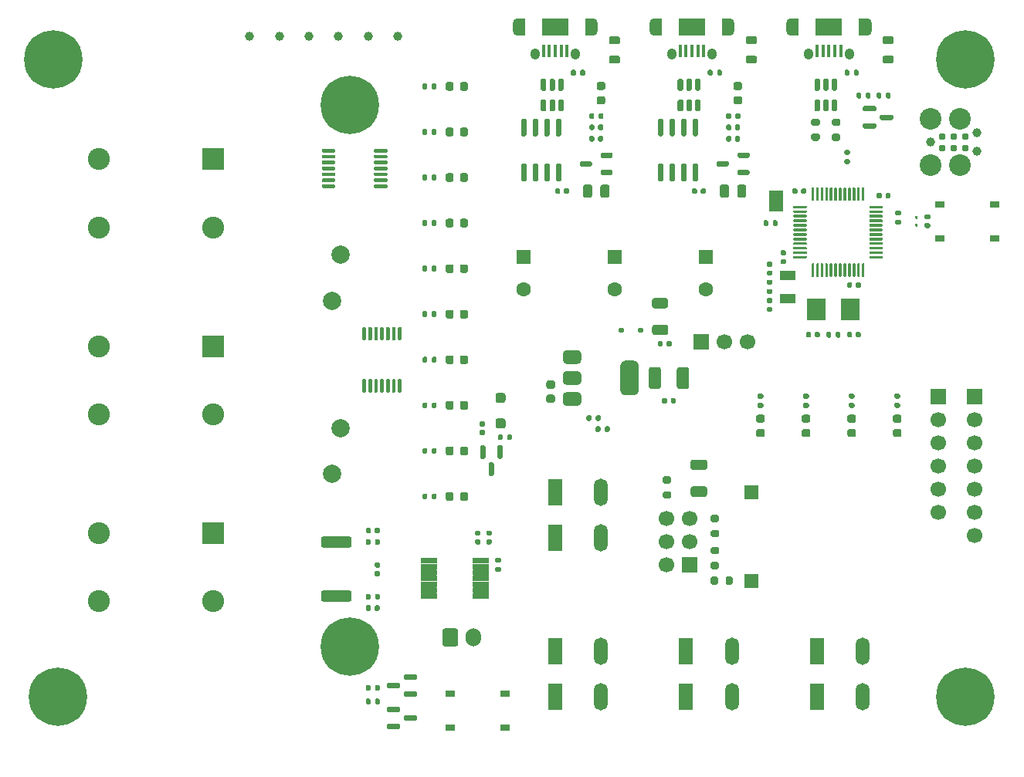
<source format=gbr>
G04 #@! TF.GenerationSoftware,KiCad,Pcbnew,9.0.1+1*
G04 #@! TF.CreationDate,2025-05-13T02:01:05+00:00*
G04 #@! TF.ProjectId,akkupack-ng,616b6b75-7061-4636-9b2d-6e672e6b6963,rev?*
G04 #@! TF.SameCoordinates,Original*
G04 #@! TF.FileFunction,Soldermask,Top*
G04 #@! TF.FilePolarity,Negative*
%FSLAX46Y46*%
G04 Gerber Fmt 4.6, Leading zero omitted, Abs format (unit mm)*
G04 Created by KiCad (PCBNEW 9.0.1+1) date 2025-05-13 02:01:05*
%MOMM*%
%LPD*%
G01*
G04 APERTURE LIST*
%ADD10C,2.374900*%
%ADD11C,0.990600*%
%ADD12C,0.787400*%
%ADD13C,1.000000*%
%ADD14R,1.000000X0.750000*%
%ADD15R,1.500000X1.500000*%
%ADD16R,2.413000X2.413000*%
%ADD17C,2.413000*%
%ADD18R,1.700000X1.700000*%
%ADD19C,1.700000*%
%ADD20C,6.400000*%
%ADD21R,1.500000X3.000000*%
%ADD22O,1.500000X3.000000*%
%ADD23R,0.400000X1.350000*%
%ADD24O,1.000000X1.900000*%
%ADD25R,0.875000X1.900000*%
%ADD26O,1.050000X1.250000*%
%ADD27R,2.900000X1.900000*%
%ADD28C,2.000000*%
%ADD29R,2.000000X2.400000*%
%ADD30R,1.600000X1.600000*%
%ADD31C,1.600000*%
%ADD32R,1.800000X1.000000*%
%ADD33O,1.700000X2.000000*%
%ADD34R,1.500000X1.000000*%
G04 APERTURE END LIST*
G36*
X133450000Y-65750000D02*
G01*
X134950000Y-65750000D01*
X134950000Y-65450000D01*
X133450000Y-65450000D01*
X133450000Y-65750000D01*
G37*
G36*
G01*
X102757000Y-108673700D02*
X102757000Y-109226300D01*
G75*
G02*
X102726300Y-109257000I-30700J0D01*
G01*
X101013700Y-109257000D01*
G75*
G02*
X100983000Y-109226300I0J30700D01*
G01*
X100983000Y-108673700D01*
G75*
G02*
X101013700Y-108643000I30700J0D01*
G01*
X102726300Y-108643000D01*
G75*
G02*
X102757000Y-108673700I0J-30700D01*
G01*
G37*
G36*
G01*
X102757000Y-108023700D02*
X102757000Y-108576300D01*
G75*
G02*
X102726300Y-108607000I-30700J0D01*
G01*
X101013700Y-108607000D01*
G75*
G02*
X100983000Y-108576300I0J30700D01*
G01*
X100983000Y-108023700D01*
G75*
G02*
X101013700Y-107993000I30700J0D01*
G01*
X102726300Y-107993000D01*
G75*
G02*
X102757000Y-108023700I0J-30700D01*
G01*
G37*
G36*
G01*
X102757000Y-107373700D02*
X102757000Y-107926300D01*
G75*
G02*
X102726300Y-107957000I-30700J0D01*
G01*
X101013700Y-107957000D01*
G75*
G02*
X100983000Y-107926300I0J30700D01*
G01*
X100983000Y-107373700D01*
G75*
G02*
X101013700Y-107343000I30700J0D01*
G01*
X102726300Y-107343000D01*
G75*
G02*
X102757000Y-107373700I0J-30700D01*
G01*
G37*
G36*
G01*
X102757000Y-106723700D02*
X102757000Y-107276300D01*
G75*
G02*
X102726300Y-107307000I-30700J0D01*
G01*
X101013700Y-107307000D01*
G75*
G02*
X100983000Y-107276300I0J30700D01*
G01*
X100983000Y-106723700D01*
G75*
G02*
X101013700Y-106693000I30700J0D01*
G01*
X102726300Y-106693000D01*
G75*
G02*
X102757000Y-106723700I0J-30700D01*
G01*
G37*
G36*
G01*
X102757000Y-106073700D02*
X102757000Y-106626300D01*
G75*
G02*
X102726300Y-106657000I-30700J0D01*
G01*
X101013700Y-106657000D01*
G75*
G02*
X100983000Y-106626300I0J30700D01*
G01*
X100983000Y-106073700D01*
G75*
G02*
X101013700Y-106043000I30700J0D01*
G01*
X102726300Y-106043000D01*
G75*
G02*
X102757000Y-106073700I0J-30700D01*
G01*
G37*
G36*
G01*
X102757000Y-105423700D02*
X102757000Y-105976300D01*
G75*
G02*
X102726300Y-106007000I-30700J0D01*
G01*
X101013700Y-106007000D01*
G75*
G02*
X100983000Y-105976300I0J30700D01*
G01*
X100983000Y-105423700D01*
G75*
G02*
X101013700Y-105393000I30700J0D01*
G01*
X102726300Y-105393000D01*
G75*
G02*
X102757000Y-105423700I0J-30700D01*
G01*
G37*
G36*
G01*
X102757000Y-104773700D02*
X102757000Y-105326300D01*
G75*
G02*
X102726300Y-105357000I-30700J0D01*
G01*
X101013700Y-105357000D01*
G75*
G02*
X100983000Y-105326300I0J30700D01*
G01*
X100983000Y-104773700D01*
G75*
G02*
X101013700Y-104743000I30700J0D01*
G01*
X102726300Y-104743000D01*
G75*
G02*
X102757000Y-104773700I0J-30700D01*
G01*
G37*
G36*
G01*
X97017000Y-104773700D02*
X97017000Y-105326300D01*
G75*
G02*
X96986300Y-105357000I-30700J0D01*
G01*
X95273700Y-105357000D01*
G75*
G02*
X95243000Y-105326300I0J30700D01*
G01*
X95243000Y-104773700D01*
G75*
G02*
X95273700Y-104743000I30700J0D01*
G01*
X96986300Y-104743000D01*
G75*
G02*
X97017000Y-104773700I0J-30700D01*
G01*
G37*
G36*
G01*
X97017000Y-105423700D02*
X97017000Y-105976300D01*
G75*
G02*
X96986300Y-106007000I-30700J0D01*
G01*
X95273700Y-106007000D01*
G75*
G02*
X95243000Y-105976300I0J30700D01*
G01*
X95243000Y-105423700D01*
G75*
G02*
X95273700Y-105393000I30700J0D01*
G01*
X96986300Y-105393000D01*
G75*
G02*
X97017000Y-105423700I0J-30700D01*
G01*
G37*
G36*
G01*
X97017000Y-106073700D02*
X97017000Y-106626300D01*
G75*
G02*
X96986300Y-106657000I-30700J0D01*
G01*
X95273700Y-106657000D01*
G75*
G02*
X95243000Y-106626300I0J30700D01*
G01*
X95243000Y-106073700D01*
G75*
G02*
X95273700Y-106043000I30700J0D01*
G01*
X96986300Y-106043000D01*
G75*
G02*
X97017000Y-106073700I0J-30700D01*
G01*
G37*
G36*
G01*
X97017000Y-106723700D02*
X97017000Y-107276300D01*
G75*
G02*
X96986300Y-107307000I-30700J0D01*
G01*
X95273700Y-107307000D01*
G75*
G02*
X95243000Y-107276300I0J30700D01*
G01*
X95243000Y-106723700D01*
G75*
G02*
X95273700Y-106693000I30700J0D01*
G01*
X96986300Y-106693000D01*
G75*
G02*
X97017000Y-106723700I0J-30700D01*
G01*
G37*
G36*
G01*
X97017000Y-107373700D02*
X97017000Y-107926300D01*
G75*
G02*
X96986300Y-107957000I-30700J0D01*
G01*
X95273700Y-107957000D01*
G75*
G02*
X95243000Y-107926300I0J30700D01*
G01*
X95243000Y-107373700D01*
G75*
G02*
X95273700Y-107343000I30700J0D01*
G01*
X96986300Y-107343000D01*
G75*
G02*
X97017000Y-107373700I0J-30700D01*
G01*
G37*
G36*
G01*
X97017000Y-108023700D02*
X97017000Y-108576300D01*
G75*
G02*
X96986300Y-108607000I-30700J0D01*
G01*
X95273700Y-108607000D01*
G75*
G02*
X95243000Y-108576300I0J30700D01*
G01*
X95243000Y-108023700D01*
G75*
G02*
X95273700Y-107993000I30700J0D01*
G01*
X96986300Y-107993000D01*
G75*
G02*
X97017000Y-108023700I0J-30700D01*
G01*
G37*
G36*
G01*
X97017000Y-108673700D02*
X97017000Y-109226300D01*
G75*
G02*
X96986300Y-109257000I-30700J0D01*
G01*
X95273700Y-109257000D01*
G75*
G02*
X95243000Y-109226300I0J30700D01*
G01*
X95243000Y-108673700D01*
G75*
G02*
X95273700Y-108643000I30700J0D01*
G01*
X96986300Y-108643000D01*
G75*
G02*
X97017000Y-108673700I0J-30700D01*
G01*
G37*
G36*
G01*
X139720000Y-80435000D02*
X139720000Y-80065000D01*
G75*
G02*
X139855000Y-79930000I135000J0D01*
G01*
X140125000Y-79930000D01*
G75*
G02*
X140260000Y-80065000I0J-135000D01*
G01*
X140260000Y-80435000D01*
G75*
G02*
X140125000Y-80570000I-135000J0D01*
G01*
X139855000Y-80570000D01*
G75*
G02*
X139720000Y-80435000I0J135000D01*
G01*
G37*
G36*
G01*
X140740000Y-80435000D02*
X140740000Y-80065000D01*
G75*
G02*
X140875000Y-79930000I135000J0D01*
G01*
X141145000Y-79930000D01*
G75*
G02*
X141280000Y-80065000I0J-135000D01*
G01*
X141280000Y-80435000D01*
G75*
G02*
X141145000Y-80570000I-135000J0D01*
G01*
X140875000Y-80570000D01*
G75*
G02*
X140740000Y-80435000I0J135000D01*
G01*
G37*
G36*
G01*
X102170000Y-91280000D02*
X101830000Y-91280000D01*
G75*
G02*
X101690000Y-91140000I0J140000D01*
G01*
X101690000Y-90860000D01*
G75*
G02*
X101830000Y-90720000I140000J0D01*
G01*
X102170000Y-90720000D01*
G75*
G02*
X102310000Y-90860000I0J-140000D01*
G01*
X102310000Y-91140000D01*
G75*
G02*
X102170000Y-91280000I-140000J0D01*
G01*
G37*
G36*
G01*
X102170000Y-90320000D02*
X101830000Y-90320000D01*
G75*
G02*
X101690000Y-90180000I0J140000D01*
G01*
X101690000Y-89900000D01*
G75*
G02*
X101830000Y-89760000I140000J0D01*
G01*
X102170000Y-89760000D01*
G75*
G02*
X102310000Y-89900000I0J-140000D01*
G01*
X102310000Y-90180000D01*
G75*
G02*
X102170000Y-90320000I-140000J0D01*
G01*
G37*
D10*
X151170000Y-56600000D03*
D11*
X151170000Y-59140000D03*
D10*
X151170000Y-61680000D03*
X154345000Y-56600000D03*
X154345000Y-61680000D03*
D11*
X156250000Y-58124000D03*
X156250000Y-60156000D03*
D12*
X152440000Y-59775000D03*
X152440000Y-58505000D03*
X153710000Y-59775000D03*
X153710000Y-58505000D03*
X154980000Y-59775000D03*
X154980000Y-58505000D03*
G36*
G01*
X96992500Y-57815000D02*
X96992500Y-58185000D01*
G75*
G02*
X96857500Y-58320000I-135000J0D01*
G01*
X96587500Y-58320000D01*
G75*
G02*
X96452500Y-58185000I0J135000D01*
G01*
X96452500Y-57815000D01*
G75*
G02*
X96587500Y-57680000I135000J0D01*
G01*
X96857500Y-57680000D01*
G75*
G02*
X96992500Y-57815000I0J-135000D01*
G01*
G37*
G36*
G01*
X95972500Y-57815000D02*
X95972500Y-58185000D01*
G75*
G02*
X95837500Y-58320000I-135000J0D01*
G01*
X95567500Y-58320000D01*
G75*
G02*
X95432500Y-58185000I0J135000D01*
G01*
X95432500Y-57815000D01*
G75*
G02*
X95567500Y-57680000I135000J0D01*
G01*
X95837500Y-57680000D01*
G75*
G02*
X95972500Y-57815000I0J-135000D01*
G01*
G37*
G36*
G01*
X96992500Y-97815000D02*
X96992500Y-98185000D01*
G75*
G02*
X96857500Y-98320000I-135000J0D01*
G01*
X96587500Y-98320000D01*
G75*
G02*
X96452500Y-98185000I0J135000D01*
G01*
X96452500Y-97815000D01*
G75*
G02*
X96587500Y-97680000I135000J0D01*
G01*
X96857500Y-97680000D01*
G75*
G02*
X96992500Y-97815000I0J-135000D01*
G01*
G37*
G36*
G01*
X95972500Y-97815000D02*
X95972500Y-98185000D01*
G75*
G02*
X95837500Y-98320000I-135000J0D01*
G01*
X95567500Y-98320000D01*
G75*
G02*
X95432500Y-98185000I0J135000D01*
G01*
X95432500Y-97815000D01*
G75*
G02*
X95567500Y-97680000I135000J0D01*
G01*
X95837500Y-97680000D01*
G75*
G02*
X95972500Y-97815000I0J-135000D01*
G01*
G37*
G36*
G01*
X132685000Y-88280000D02*
X132315000Y-88280000D01*
G75*
G02*
X132180000Y-88145000I0J135000D01*
G01*
X132180000Y-87875000D01*
G75*
G02*
X132315000Y-87740000I135000J0D01*
G01*
X132685000Y-87740000D01*
G75*
G02*
X132820000Y-87875000I0J-135000D01*
G01*
X132820000Y-88145000D01*
G75*
G02*
X132685000Y-88280000I-135000J0D01*
G01*
G37*
G36*
G01*
X132685000Y-87260000D02*
X132315000Y-87260000D01*
G75*
G02*
X132180000Y-87125000I0J135000D01*
G01*
X132180000Y-86855000D01*
G75*
G02*
X132315000Y-86720000I135000J0D01*
G01*
X132685000Y-86720000D01*
G75*
G02*
X132820000Y-86855000I0J-135000D01*
G01*
X132820000Y-87125000D01*
G75*
G02*
X132685000Y-87260000I-135000J0D01*
G01*
G37*
G36*
G01*
X113050000Y-64975000D02*
X113050000Y-64025000D01*
G75*
G02*
X113300000Y-63775000I250000J0D01*
G01*
X113800000Y-63775000D01*
G75*
G02*
X114050000Y-64025000I0J-250000D01*
G01*
X114050000Y-64975000D01*
G75*
G02*
X113800000Y-65225000I-250000J0D01*
G01*
X113300000Y-65225000D01*
G75*
G02*
X113050000Y-64975000I0J250000D01*
G01*
G37*
G36*
G01*
X114950000Y-64975000D02*
X114950000Y-64025000D01*
G75*
G02*
X115200000Y-63775000I250000J0D01*
G01*
X115700000Y-63775000D01*
G75*
G02*
X115950000Y-64025000I0J-250000D01*
G01*
X115950000Y-64975000D01*
G75*
G02*
X115700000Y-65225000I-250000J0D01*
G01*
X115200000Y-65225000D01*
G75*
G02*
X114950000Y-64975000I0J250000D01*
G01*
G37*
G36*
G01*
X111720000Y-51685000D02*
X111720000Y-51315000D01*
G75*
G02*
X111855000Y-51180000I135000J0D01*
G01*
X112125000Y-51180000D01*
G75*
G02*
X112260000Y-51315000I0J-135000D01*
G01*
X112260000Y-51685000D01*
G75*
G02*
X112125000Y-51820000I-135000J0D01*
G01*
X111855000Y-51820000D01*
G75*
G02*
X111720000Y-51685000I0J135000D01*
G01*
G37*
G36*
G01*
X112740000Y-51685000D02*
X112740000Y-51315000D01*
G75*
G02*
X112875000Y-51180000I135000J0D01*
G01*
X113145000Y-51180000D01*
G75*
G02*
X113280000Y-51315000I0J-135000D01*
G01*
X113280000Y-51685000D01*
G75*
G02*
X113145000Y-51820000I-135000J0D01*
G01*
X112875000Y-51820000D01*
G75*
G02*
X112740000Y-51685000I0J135000D01*
G01*
G37*
D13*
X92750000Y-47500000D03*
G36*
G01*
X147685000Y-88280000D02*
X147315000Y-88280000D01*
G75*
G02*
X147180000Y-88145000I0J135000D01*
G01*
X147180000Y-87875000D01*
G75*
G02*
X147315000Y-87740000I135000J0D01*
G01*
X147685000Y-87740000D01*
G75*
G02*
X147820000Y-87875000I0J-135000D01*
G01*
X147820000Y-88145000D01*
G75*
G02*
X147685000Y-88280000I-135000J0D01*
G01*
G37*
G36*
G01*
X147685000Y-87260000D02*
X147315000Y-87260000D01*
G75*
G02*
X147180000Y-87125000I0J135000D01*
G01*
X147180000Y-86855000D01*
G75*
G02*
X147315000Y-86720000I135000J0D01*
G01*
X147685000Y-86720000D01*
G75*
G02*
X147820000Y-86855000I0J-135000D01*
G01*
X147820000Y-87125000D01*
G75*
G02*
X147685000Y-87260000I-135000J0D01*
G01*
G37*
G36*
G01*
X102920000Y-103260000D02*
X102580000Y-103260000D01*
G75*
G02*
X102440000Y-103120000I0J140000D01*
G01*
X102440000Y-102840000D01*
G75*
G02*
X102580000Y-102700000I140000J0D01*
G01*
X102920000Y-102700000D01*
G75*
G02*
X103060000Y-102840000I0J-140000D01*
G01*
X103060000Y-103120000D01*
G75*
G02*
X102920000Y-103260000I-140000J0D01*
G01*
G37*
G36*
G01*
X102920000Y-102300000D02*
X102580000Y-102300000D01*
G75*
G02*
X102440000Y-102160000I0J140000D01*
G01*
X102440000Y-101880000D01*
G75*
G02*
X102580000Y-101740000I140000J0D01*
G01*
X102920000Y-101740000D01*
G75*
G02*
X103060000Y-101880000I0J-140000D01*
G01*
X103060000Y-102160000D01*
G75*
G02*
X102920000Y-102300000I-140000J0D01*
G01*
G37*
G36*
G01*
X97987500Y-68256250D02*
X97987500Y-67743750D01*
G75*
G02*
X98206250Y-67525000I218750J0D01*
G01*
X98643750Y-67525000D01*
G75*
G02*
X98862500Y-67743750I0J-218750D01*
G01*
X98862500Y-68256250D01*
G75*
G02*
X98643750Y-68475000I-218750J0D01*
G01*
X98206250Y-68475000D01*
G75*
G02*
X97987500Y-68256250I0J218750D01*
G01*
G37*
G36*
G01*
X99562500Y-68256250D02*
X99562500Y-67743750D01*
G75*
G02*
X99781250Y-67525000I218750J0D01*
G01*
X100218750Y-67525000D01*
G75*
G02*
X100437500Y-67743750I0J-218750D01*
G01*
X100437500Y-68256250D01*
G75*
G02*
X100218750Y-68475000I-218750J0D01*
G01*
X99781250Y-68475000D01*
G75*
G02*
X99562500Y-68256250I0J218750D01*
G01*
G37*
G36*
G01*
X143725000Y-55600000D02*
X143725000Y-55300000D01*
G75*
G02*
X143875000Y-55150000I150000J0D01*
G01*
X145050000Y-55150000D01*
G75*
G02*
X145200000Y-55300000I0J-150000D01*
G01*
X145200000Y-55600000D01*
G75*
G02*
X145050000Y-55750000I-150000J0D01*
G01*
X143875000Y-55750000D01*
G75*
G02*
X143725000Y-55600000I0J150000D01*
G01*
G37*
G36*
G01*
X143725000Y-57500000D02*
X143725000Y-57200000D01*
G75*
G02*
X143875000Y-57050000I150000J0D01*
G01*
X145050000Y-57050000D01*
G75*
G02*
X145200000Y-57200000I0J-150000D01*
G01*
X145200000Y-57500000D01*
G75*
G02*
X145050000Y-57650000I-150000J0D01*
G01*
X143875000Y-57650000D01*
G75*
G02*
X143725000Y-57500000I0J150000D01*
G01*
G37*
G36*
G01*
X145600000Y-56550000D02*
X145600000Y-56250000D01*
G75*
G02*
X145750000Y-56100000I150000J0D01*
G01*
X146925000Y-56100000D01*
G75*
G02*
X147075000Y-56250000I0J-150000D01*
G01*
X147075000Y-56550000D01*
G75*
G02*
X146925000Y-56700000I-150000J0D01*
G01*
X145750000Y-56700000D01*
G75*
G02*
X145600000Y-56550000I0J150000D01*
G01*
G37*
G36*
G01*
X96992500Y-77815000D02*
X96992500Y-78185000D01*
G75*
G02*
X96857500Y-78320000I-135000J0D01*
G01*
X96587500Y-78320000D01*
G75*
G02*
X96452500Y-78185000I0J135000D01*
G01*
X96452500Y-77815000D01*
G75*
G02*
X96587500Y-77680000I135000J0D01*
G01*
X96857500Y-77680000D01*
G75*
G02*
X96992500Y-77815000I0J-135000D01*
G01*
G37*
G36*
G01*
X95972500Y-77815000D02*
X95972500Y-78185000D01*
G75*
G02*
X95837500Y-78320000I-135000J0D01*
G01*
X95567500Y-78320000D01*
G75*
G02*
X95432500Y-78185000I0J135000D01*
G01*
X95432500Y-77815000D01*
G75*
G02*
X95567500Y-77680000I135000J0D01*
G01*
X95837500Y-77680000D01*
G75*
G02*
X95972500Y-77815000I0J-135000D01*
G01*
G37*
G36*
G01*
X137685000Y-88280000D02*
X137315000Y-88280000D01*
G75*
G02*
X137180000Y-88145000I0J135000D01*
G01*
X137180000Y-87875000D01*
G75*
G02*
X137315000Y-87740000I135000J0D01*
G01*
X137685000Y-87740000D01*
G75*
G02*
X137820000Y-87875000I0J-135000D01*
G01*
X137820000Y-88145000D01*
G75*
G02*
X137685000Y-88280000I-135000J0D01*
G01*
G37*
G36*
G01*
X137685000Y-87260000D02*
X137315000Y-87260000D01*
G75*
G02*
X137180000Y-87125000I0J135000D01*
G01*
X137180000Y-86855000D01*
G75*
G02*
X137315000Y-86720000I135000J0D01*
G01*
X137685000Y-86720000D01*
G75*
G02*
X137820000Y-86855000I0J-135000D01*
G01*
X137820000Y-87125000D01*
G75*
G02*
X137685000Y-87260000I-135000J0D01*
G01*
G37*
X89500000Y-47500000D03*
D14*
X152200000Y-65925000D03*
X158200000Y-65925000D03*
X152200000Y-69675000D03*
X158200000Y-69675000D03*
G36*
G01*
X150630000Y-67040000D02*
X150970000Y-67040000D01*
G75*
G02*
X151110000Y-67180000I0J-140000D01*
G01*
X151110000Y-67460000D01*
G75*
G02*
X150970000Y-67600000I-140000J0D01*
G01*
X150630000Y-67600000D01*
G75*
G02*
X150490000Y-67460000I0J140000D01*
G01*
X150490000Y-67180000D01*
G75*
G02*
X150630000Y-67040000I140000J0D01*
G01*
G37*
G36*
G01*
X150630000Y-68000000D02*
X150970000Y-68000000D01*
G75*
G02*
X151110000Y-68140000I0J-140000D01*
G01*
X151110000Y-68420000D01*
G75*
G02*
X150970000Y-68560000I-140000J0D01*
G01*
X150630000Y-68560000D01*
G75*
G02*
X150490000Y-68420000I0J140000D01*
G01*
X150490000Y-68140000D01*
G75*
G02*
X150630000Y-68000000I140000J0D01*
G01*
G37*
G36*
G01*
X116300000Y-62300000D02*
X116300000Y-62600000D01*
G75*
G02*
X116150000Y-62750000I-150000J0D01*
G01*
X115125000Y-62750000D01*
G75*
G02*
X114975000Y-62600000I0J150000D01*
G01*
X114975000Y-62300000D01*
G75*
G02*
X115125000Y-62150000I150000J0D01*
G01*
X116150000Y-62150000D01*
G75*
G02*
X116300000Y-62300000I0J-150000D01*
G01*
G37*
G36*
G01*
X116300000Y-60400000D02*
X116300000Y-60700000D01*
G75*
G02*
X116150000Y-60850000I-150000J0D01*
G01*
X115125000Y-60850000D01*
G75*
G02*
X114975000Y-60700000I0J150000D01*
G01*
X114975000Y-60400000D01*
G75*
G02*
X115125000Y-60250000I150000J0D01*
G01*
X116150000Y-60250000D01*
G75*
G02*
X116300000Y-60400000I0J-150000D01*
G01*
G37*
G36*
G01*
X114025000Y-61350000D02*
X114025000Y-61650000D01*
G75*
G02*
X113875000Y-61800000I-150000J0D01*
G01*
X112850000Y-61800000D01*
G75*
G02*
X112700000Y-61650000I0J150000D01*
G01*
X112700000Y-61350000D01*
G75*
G02*
X112850000Y-61200000I150000J0D01*
G01*
X113875000Y-61200000D01*
G75*
G02*
X114025000Y-61350000I0J-150000D01*
G01*
G37*
G36*
G01*
X90670000Y-106760000D02*
X90330000Y-106760000D01*
G75*
G02*
X90190000Y-106620000I0J140000D01*
G01*
X90190000Y-106340000D01*
G75*
G02*
X90330000Y-106200000I140000J0D01*
G01*
X90670000Y-106200000D01*
G75*
G02*
X90810000Y-106340000I0J-140000D01*
G01*
X90810000Y-106620000D01*
G75*
G02*
X90670000Y-106760000I-140000J0D01*
G01*
G37*
G36*
G01*
X90670000Y-105800000D02*
X90330000Y-105800000D01*
G75*
G02*
X90190000Y-105660000I0J140000D01*
G01*
X90190000Y-105380000D01*
G75*
G02*
X90330000Y-105240000I140000J0D01*
G01*
X90670000Y-105240000D01*
G75*
G02*
X90810000Y-105380000I0J-140000D01*
G01*
X90810000Y-105660000D01*
G75*
G02*
X90670000Y-105800000I-140000J0D01*
G01*
G37*
G36*
G01*
X90760000Y-101580000D02*
X90760000Y-101920000D01*
G75*
G02*
X90620000Y-102060000I-140000J0D01*
G01*
X90340000Y-102060000D01*
G75*
G02*
X90200000Y-101920000I0J140000D01*
G01*
X90200000Y-101580000D01*
G75*
G02*
X90340000Y-101440000I140000J0D01*
G01*
X90620000Y-101440000D01*
G75*
G02*
X90760000Y-101580000I0J-140000D01*
G01*
G37*
G36*
G01*
X89800000Y-101580000D02*
X89800000Y-101920000D01*
G75*
G02*
X89660000Y-102060000I-140000J0D01*
G01*
X89380000Y-102060000D01*
G75*
G02*
X89240000Y-101920000I0J140000D01*
G01*
X89240000Y-101580000D01*
G75*
G02*
X89380000Y-101440000I140000J0D01*
G01*
X89660000Y-101440000D01*
G75*
G02*
X89800000Y-101580000I0J-140000D01*
G01*
G37*
D15*
X131500000Y-107250000D03*
G36*
G01*
X137510000Y-64330000D02*
X137510000Y-64670000D01*
G75*
G02*
X137370000Y-64810000I-140000J0D01*
G01*
X137090000Y-64810000D01*
G75*
G02*
X136950000Y-64670000I0J140000D01*
G01*
X136950000Y-64330000D01*
G75*
G02*
X137090000Y-64190000I140000J0D01*
G01*
X137370000Y-64190000D01*
G75*
G02*
X137510000Y-64330000I0J-140000D01*
G01*
G37*
G36*
G01*
X136550000Y-64330000D02*
X136550000Y-64670000D01*
G75*
G02*
X136410000Y-64810000I-140000J0D01*
G01*
X136130000Y-64810000D01*
G75*
G02*
X135990000Y-64670000I0J140000D01*
G01*
X135990000Y-64330000D01*
G75*
G02*
X136130000Y-64190000I140000J0D01*
G01*
X136410000Y-64190000D01*
G75*
G02*
X136550000Y-64330000I0J-140000D01*
G01*
G37*
G36*
G01*
X96992500Y-82815000D02*
X96992500Y-83185000D01*
G75*
G02*
X96857500Y-83320000I-135000J0D01*
G01*
X96587500Y-83320000D01*
G75*
G02*
X96452500Y-83185000I0J135000D01*
G01*
X96452500Y-82815000D01*
G75*
G02*
X96587500Y-82680000I135000J0D01*
G01*
X96857500Y-82680000D01*
G75*
G02*
X96992500Y-82815000I0J-135000D01*
G01*
G37*
G36*
G01*
X95972500Y-82815000D02*
X95972500Y-83185000D01*
G75*
G02*
X95837500Y-83320000I-135000J0D01*
G01*
X95567500Y-83320000D01*
G75*
G02*
X95432500Y-83185000I0J135000D01*
G01*
X95432500Y-82815000D01*
G75*
G02*
X95567500Y-82680000I135000J0D01*
G01*
X95837500Y-82680000D01*
G75*
G02*
X95972500Y-82815000I0J-135000D01*
G01*
G37*
G36*
G01*
X120252500Y-85945000D02*
X120252500Y-84055000D01*
G75*
G02*
X120502500Y-83805000I250000J0D01*
G01*
X121342500Y-83805000D01*
G75*
G02*
X121592500Y-84055000I0J-250000D01*
G01*
X121592500Y-85945000D01*
G75*
G02*
X121342500Y-86195000I-250000J0D01*
G01*
X120502500Y-86195000D01*
G75*
G02*
X120252500Y-85945000I0J250000D01*
G01*
G37*
G36*
G01*
X123332500Y-85945000D02*
X123332500Y-84055000D01*
G75*
G02*
X123582500Y-83805000I250000J0D01*
G01*
X124422500Y-83805000D01*
G75*
G02*
X124672500Y-84055000I0J-250000D01*
G01*
X124672500Y-85945000D01*
G75*
G02*
X124422500Y-86195000I-250000J0D01*
G01*
X123582500Y-86195000D01*
G75*
G02*
X123332500Y-85945000I0J250000D01*
G01*
G37*
G36*
G01*
X90780000Y-118815000D02*
X90780000Y-119185000D01*
G75*
G02*
X90645000Y-119320000I-135000J0D01*
G01*
X90375000Y-119320000D01*
G75*
G02*
X90240000Y-119185000I0J135000D01*
G01*
X90240000Y-118815000D01*
G75*
G02*
X90375000Y-118680000I135000J0D01*
G01*
X90645000Y-118680000D01*
G75*
G02*
X90780000Y-118815000I0J-135000D01*
G01*
G37*
G36*
G01*
X89760000Y-118815000D02*
X89760000Y-119185000D01*
G75*
G02*
X89625000Y-119320000I-135000J0D01*
G01*
X89355000Y-119320000D01*
G75*
G02*
X89220000Y-119185000I0J135000D01*
G01*
X89220000Y-118815000D01*
G75*
G02*
X89355000Y-118680000I135000J0D01*
G01*
X89625000Y-118680000D01*
G75*
G02*
X89760000Y-118815000I0J-135000D01*
G01*
G37*
G36*
G01*
X143020000Y-54185000D02*
X143020000Y-53815000D01*
G75*
G02*
X143155000Y-53680000I135000J0D01*
G01*
X143425000Y-53680000D01*
G75*
G02*
X143560000Y-53815000I0J-135000D01*
G01*
X143560000Y-54185000D01*
G75*
G02*
X143425000Y-54320000I-135000J0D01*
G01*
X143155000Y-54320000D01*
G75*
G02*
X143020000Y-54185000I0J135000D01*
G01*
G37*
G36*
G01*
X144040000Y-54185000D02*
X144040000Y-53815000D01*
G75*
G02*
X144175000Y-53680000I135000J0D01*
G01*
X144445000Y-53680000D01*
G75*
G02*
X144580000Y-53815000I0J-135000D01*
G01*
X144580000Y-54185000D01*
G75*
G02*
X144445000Y-54320000I-135000J0D01*
G01*
X144175000Y-54320000D01*
G75*
G02*
X144040000Y-54185000I0J135000D01*
G01*
G37*
D16*
X72500000Y-61000000D03*
D17*
X60000000Y-61000000D03*
X72500000Y-68500000D03*
X60000000Y-68500000D03*
D18*
X152000000Y-87000000D03*
D19*
X152000000Y-89540000D03*
X152000000Y-92080000D03*
X152000000Y-94620000D03*
X152000000Y-97160000D03*
X152000000Y-99700000D03*
G36*
G01*
X122125000Y-80275000D02*
X120875000Y-80275000D01*
G75*
G02*
X120625000Y-80025000I0J250000D01*
G01*
X120625000Y-79400000D01*
G75*
G02*
X120875000Y-79150000I250000J0D01*
G01*
X122125000Y-79150000D01*
G75*
G02*
X122375000Y-79400000I0J-250000D01*
G01*
X122375000Y-80025000D01*
G75*
G02*
X122125000Y-80275000I-250000J0D01*
G01*
G37*
G36*
G01*
X122125000Y-77350000D02*
X120875000Y-77350000D01*
G75*
G02*
X120625000Y-77100000I0J250000D01*
G01*
X120625000Y-76475000D01*
G75*
G02*
X120875000Y-76225000I250000J0D01*
G01*
X122125000Y-76225000D01*
G75*
G02*
X122375000Y-76475000I0J-250000D01*
G01*
X122375000Y-77100000D01*
G75*
G02*
X122125000Y-77350000I-250000J0D01*
G01*
G37*
G36*
G01*
X97987500Y-53256250D02*
X97987500Y-52743750D01*
G75*
G02*
X98206250Y-52525000I218750J0D01*
G01*
X98643750Y-52525000D01*
G75*
G02*
X98862500Y-52743750I0J-218750D01*
G01*
X98862500Y-53256250D01*
G75*
G02*
X98643750Y-53475000I-218750J0D01*
G01*
X98206250Y-53475000D01*
G75*
G02*
X97987500Y-53256250I0J218750D01*
G01*
G37*
G36*
G01*
X99562500Y-53256250D02*
X99562500Y-52743750D01*
G75*
G02*
X99781250Y-52525000I218750J0D01*
G01*
X100218750Y-52525000D01*
G75*
G02*
X100437500Y-52743750I0J-218750D01*
G01*
X100437500Y-53256250D01*
G75*
G02*
X100218750Y-53475000I-218750J0D01*
G01*
X99781250Y-53475000D01*
G75*
G02*
X99562500Y-53256250I0J218750D01*
G01*
G37*
D18*
X156000000Y-87000000D03*
D19*
X156000000Y-89540000D03*
X156000000Y-92080000D03*
X156000000Y-94620000D03*
X156000000Y-97160000D03*
X156000000Y-99700000D03*
X156000000Y-102240000D03*
G36*
G01*
X105270000Y-91315000D02*
X105270000Y-91685000D01*
G75*
G02*
X105135000Y-91820000I-135000J0D01*
G01*
X104865000Y-91820000D01*
G75*
G02*
X104730000Y-91685000I0J135000D01*
G01*
X104730000Y-91315000D01*
G75*
G02*
X104865000Y-91180000I135000J0D01*
G01*
X105135000Y-91180000D01*
G75*
G02*
X105270000Y-91315000I0J-135000D01*
G01*
G37*
G36*
G01*
X104250000Y-91315000D02*
X104250000Y-91685000D01*
G75*
G02*
X104115000Y-91820000I-135000J0D01*
G01*
X103845000Y-91820000D01*
G75*
G02*
X103710000Y-91685000I0J135000D01*
G01*
X103710000Y-91315000D01*
G75*
G02*
X103845000Y-91180000I135000J0D01*
G01*
X104115000Y-91180000D01*
G75*
G02*
X104250000Y-91315000I0J-135000D01*
G01*
G37*
G36*
G01*
X94862500Y-119550000D02*
X94862500Y-119850000D01*
G75*
G02*
X94712500Y-120000000I-150000J0D01*
G01*
X93537500Y-120000000D01*
G75*
G02*
X93387500Y-119850000I0J150000D01*
G01*
X93387500Y-119550000D01*
G75*
G02*
X93537500Y-119400000I150000J0D01*
G01*
X94712500Y-119400000D01*
G75*
G02*
X94862500Y-119550000I0J-150000D01*
G01*
G37*
G36*
G01*
X94862500Y-117650000D02*
X94862500Y-117950000D01*
G75*
G02*
X94712500Y-118100000I-150000J0D01*
G01*
X93537500Y-118100000D01*
G75*
G02*
X93387500Y-117950000I0J150000D01*
G01*
X93387500Y-117650000D01*
G75*
G02*
X93537500Y-117500000I150000J0D01*
G01*
X94712500Y-117500000D01*
G75*
G02*
X94862500Y-117650000I0J-150000D01*
G01*
G37*
G36*
G01*
X92987500Y-118600000D02*
X92987500Y-118900000D01*
G75*
G02*
X92837500Y-119050000I-150000J0D01*
G01*
X91662500Y-119050000D01*
G75*
G02*
X91512500Y-118900000I0J150000D01*
G01*
X91512500Y-118600000D01*
G75*
G02*
X91662500Y-118450000I150000J0D01*
G01*
X92837500Y-118450000D01*
G75*
G02*
X92987500Y-118600000I0J-150000D01*
G01*
G37*
G36*
G01*
X97987500Y-93256250D02*
X97987500Y-92743750D01*
G75*
G02*
X98206250Y-92525000I218750J0D01*
G01*
X98643750Y-92525000D01*
G75*
G02*
X98862500Y-92743750I0J-218750D01*
G01*
X98862500Y-93256250D01*
G75*
G02*
X98643750Y-93475000I-218750J0D01*
G01*
X98206250Y-93475000D01*
G75*
G02*
X97987500Y-93256250I0J218750D01*
G01*
G37*
G36*
G01*
X99562500Y-93256250D02*
X99562500Y-92743750D01*
G75*
G02*
X99781250Y-92525000I218750J0D01*
G01*
X100218750Y-92525000D01*
G75*
G02*
X100437500Y-92743750I0J-218750D01*
G01*
X100437500Y-93256250D01*
G75*
G02*
X100218750Y-93475000I-218750J0D01*
G01*
X99781250Y-93475000D01*
G75*
G02*
X99562500Y-93256250I0J218750D01*
G01*
G37*
G36*
G01*
X110215000Y-56525000D02*
X110515000Y-56525000D01*
G75*
G02*
X110665000Y-56675000I0J-150000D01*
G01*
X110665000Y-58325000D01*
G75*
G02*
X110515000Y-58475000I-150000J0D01*
G01*
X110215000Y-58475000D01*
G75*
G02*
X110065000Y-58325000I0J150000D01*
G01*
X110065000Y-56675000D01*
G75*
G02*
X110215000Y-56525000I150000J0D01*
G01*
G37*
G36*
G01*
X108945000Y-56525000D02*
X109245000Y-56525000D01*
G75*
G02*
X109395000Y-56675000I0J-150000D01*
G01*
X109395000Y-58325000D01*
G75*
G02*
X109245000Y-58475000I-150000J0D01*
G01*
X108945000Y-58475000D01*
G75*
G02*
X108795000Y-58325000I0J150000D01*
G01*
X108795000Y-56675000D01*
G75*
G02*
X108945000Y-56525000I150000J0D01*
G01*
G37*
G36*
G01*
X107675000Y-56525000D02*
X107975000Y-56525000D01*
G75*
G02*
X108125000Y-56675000I0J-150000D01*
G01*
X108125000Y-58325000D01*
G75*
G02*
X107975000Y-58475000I-150000J0D01*
G01*
X107675000Y-58475000D01*
G75*
G02*
X107525000Y-58325000I0J150000D01*
G01*
X107525000Y-56675000D01*
G75*
G02*
X107675000Y-56525000I150000J0D01*
G01*
G37*
G36*
G01*
X106405000Y-56525000D02*
X106705000Y-56525000D01*
G75*
G02*
X106855000Y-56675000I0J-150000D01*
G01*
X106855000Y-58325000D01*
G75*
G02*
X106705000Y-58475000I-150000J0D01*
G01*
X106405000Y-58475000D01*
G75*
G02*
X106255000Y-58325000I0J150000D01*
G01*
X106255000Y-56675000D01*
G75*
G02*
X106405000Y-56525000I150000J0D01*
G01*
G37*
G36*
G01*
X106405000Y-61475000D02*
X106705000Y-61475000D01*
G75*
G02*
X106855000Y-61625000I0J-150000D01*
G01*
X106855000Y-63275000D01*
G75*
G02*
X106705000Y-63425000I-150000J0D01*
G01*
X106405000Y-63425000D01*
G75*
G02*
X106255000Y-63275000I0J150000D01*
G01*
X106255000Y-61625000D01*
G75*
G02*
X106405000Y-61475000I150000J0D01*
G01*
G37*
G36*
G01*
X107675000Y-61475000D02*
X107975000Y-61475000D01*
G75*
G02*
X108125000Y-61625000I0J-150000D01*
G01*
X108125000Y-63275000D01*
G75*
G02*
X107975000Y-63425000I-150000J0D01*
G01*
X107675000Y-63425000D01*
G75*
G02*
X107525000Y-63275000I0J150000D01*
G01*
X107525000Y-61625000D01*
G75*
G02*
X107675000Y-61475000I150000J0D01*
G01*
G37*
G36*
G01*
X108945000Y-61475000D02*
X109245000Y-61475000D01*
G75*
G02*
X109395000Y-61625000I0J-150000D01*
G01*
X109395000Y-63275000D01*
G75*
G02*
X109245000Y-63425000I-150000J0D01*
G01*
X108945000Y-63425000D01*
G75*
G02*
X108795000Y-63275000I0J150000D01*
G01*
X108795000Y-61625000D01*
G75*
G02*
X108945000Y-61475000I150000J0D01*
G01*
G37*
G36*
G01*
X110215000Y-61475000D02*
X110515000Y-61475000D01*
G75*
G02*
X110665000Y-61625000I0J-150000D01*
G01*
X110665000Y-63275000D01*
G75*
G02*
X110515000Y-63425000I-150000J0D01*
G01*
X110215000Y-63425000D01*
G75*
G02*
X110065000Y-63275000I0J150000D01*
G01*
X110065000Y-61625000D01*
G75*
G02*
X110215000Y-61475000I150000J0D01*
G01*
G37*
G36*
G01*
X87425000Y-109537500D02*
X84575000Y-109537500D01*
G75*
G02*
X84325000Y-109287500I0J250000D01*
G01*
X84325000Y-108562500D01*
G75*
G02*
X84575000Y-108312500I250000J0D01*
G01*
X87425000Y-108312500D01*
G75*
G02*
X87675000Y-108562500I0J-250000D01*
G01*
X87675000Y-109287500D01*
G75*
G02*
X87425000Y-109537500I-250000J0D01*
G01*
G37*
G36*
G01*
X87425000Y-103612500D02*
X84575000Y-103612500D01*
G75*
G02*
X84325000Y-103362500I0J250000D01*
G01*
X84325000Y-102637500D01*
G75*
G02*
X84575000Y-102387500I250000J0D01*
G01*
X87425000Y-102387500D01*
G75*
G02*
X87675000Y-102637500I0J-250000D01*
G01*
X87675000Y-103362500D01*
G75*
G02*
X87425000Y-103612500I-250000J0D01*
G01*
G37*
G36*
G01*
X133315000Y-74220000D02*
X133685000Y-74220000D01*
G75*
G02*
X133820000Y-74355000I0J-135000D01*
G01*
X133820000Y-74625000D01*
G75*
G02*
X133685000Y-74760000I-135000J0D01*
G01*
X133315000Y-74760000D01*
G75*
G02*
X133180000Y-74625000I0J135000D01*
G01*
X133180000Y-74355000D01*
G75*
G02*
X133315000Y-74220000I135000J0D01*
G01*
G37*
G36*
G01*
X133315000Y-75240000D02*
X133685000Y-75240000D01*
G75*
G02*
X133820000Y-75375000I0J-135000D01*
G01*
X133820000Y-75645000D01*
G75*
G02*
X133685000Y-75780000I-135000J0D01*
G01*
X133315000Y-75780000D01*
G75*
G02*
X133180000Y-75645000I0J135000D01*
G01*
X133180000Y-75375000D01*
G75*
G02*
X133315000Y-75240000I135000J0D01*
G01*
G37*
D20*
X155000000Y-120000000D03*
G36*
G01*
X109990000Y-64670000D02*
X109990000Y-64330000D01*
G75*
G02*
X110130000Y-64190000I140000J0D01*
G01*
X110410000Y-64190000D01*
G75*
G02*
X110550000Y-64330000I0J-140000D01*
G01*
X110550000Y-64670000D01*
G75*
G02*
X110410000Y-64810000I-140000J0D01*
G01*
X110130000Y-64810000D01*
G75*
G02*
X109990000Y-64670000I0J140000D01*
G01*
G37*
G36*
G01*
X110950000Y-64670000D02*
X110950000Y-64330000D01*
G75*
G02*
X111090000Y-64190000I140000J0D01*
G01*
X111370000Y-64190000D01*
G75*
G02*
X111510000Y-64330000I0J-140000D01*
G01*
X111510000Y-64670000D01*
G75*
G02*
X111370000Y-64810000I-140000J0D01*
G01*
X111090000Y-64810000D01*
G75*
G02*
X110950000Y-64670000I0J140000D01*
G01*
G37*
G36*
G01*
X89150000Y-86600000D02*
X88950000Y-86600000D01*
G75*
G02*
X88850000Y-86500000I0J100000D01*
G01*
X88850000Y-85225000D01*
G75*
G02*
X88950000Y-85125000I100000J0D01*
G01*
X89150000Y-85125000D01*
G75*
G02*
X89250000Y-85225000I0J-100000D01*
G01*
X89250000Y-86500000D01*
G75*
G02*
X89150000Y-86600000I-100000J0D01*
G01*
G37*
G36*
G01*
X89800000Y-86600000D02*
X89600000Y-86600000D01*
G75*
G02*
X89500000Y-86500000I0J100000D01*
G01*
X89500000Y-85225000D01*
G75*
G02*
X89600000Y-85125000I100000J0D01*
G01*
X89800000Y-85125000D01*
G75*
G02*
X89900000Y-85225000I0J-100000D01*
G01*
X89900000Y-86500000D01*
G75*
G02*
X89800000Y-86600000I-100000J0D01*
G01*
G37*
G36*
G01*
X90450000Y-86600000D02*
X90250000Y-86600000D01*
G75*
G02*
X90150000Y-86500000I0J100000D01*
G01*
X90150000Y-85225000D01*
G75*
G02*
X90250000Y-85125000I100000J0D01*
G01*
X90450000Y-85125000D01*
G75*
G02*
X90550000Y-85225000I0J-100000D01*
G01*
X90550000Y-86500000D01*
G75*
G02*
X90450000Y-86600000I-100000J0D01*
G01*
G37*
G36*
G01*
X91100000Y-86600000D02*
X90900000Y-86600000D01*
G75*
G02*
X90800000Y-86500000I0J100000D01*
G01*
X90800000Y-85225000D01*
G75*
G02*
X90900000Y-85125000I100000J0D01*
G01*
X91100000Y-85125000D01*
G75*
G02*
X91200000Y-85225000I0J-100000D01*
G01*
X91200000Y-86500000D01*
G75*
G02*
X91100000Y-86600000I-100000J0D01*
G01*
G37*
G36*
G01*
X91750000Y-86600000D02*
X91550000Y-86600000D01*
G75*
G02*
X91450000Y-86500000I0J100000D01*
G01*
X91450000Y-85225000D01*
G75*
G02*
X91550000Y-85125000I100000J0D01*
G01*
X91750000Y-85125000D01*
G75*
G02*
X91850000Y-85225000I0J-100000D01*
G01*
X91850000Y-86500000D01*
G75*
G02*
X91750000Y-86600000I-100000J0D01*
G01*
G37*
G36*
G01*
X92400000Y-86600000D02*
X92200000Y-86600000D01*
G75*
G02*
X92100000Y-86500000I0J100000D01*
G01*
X92100000Y-85225000D01*
G75*
G02*
X92200000Y-85125000I100000J0D01*
G01*
X92400000Y-85125000D01*
G75*
G02*
X92500000Y-85225000I0J-100000D01*
G01*
X92500000Y-86500000D01*
G75*
G02*
X92400000Y-86600000I-100000J0D01*
G01*
G37*
G36*
G01*
X93050000Y-86600000D02*
X92850000Y-86600000D01*
G75*
G02*
X92750000Y-86500000I0J100000D01*
G01*
X92750000Y-85225000D01*
G75*
G02*
X92850000Y-85125000I100000J0D01*
G01*
X93050000Y-85125000D01*
G75*
G02*
X93150000Y-85225000I0J-100000D01*
G01*
X93150000Y-86500000D01*
G75*
G02*
X93050000Y-86600000I-100000J0D01*
G01*
G37*
G36*
G01*
X93050000Y-80875000D02*
X92850000Y-80875000D01*
G75*
G02*
X92750000Y-80775000I0J100000D01*
G01*
X92750000Y-79500000D01*
G75*
G02*
X92850000Y-79400000I100000J0D01*
G01*
X93050000Y-79400000D01*
G75*
G02*
X93150000Y-79500000I0J-100000D01*
G01*
X93150000Y-80775000D01*
G75*
G02*
X93050000Y-80875000I-100000J0D01*
G01*
G37*
G36*
G01*
X92400000Y-80875000D02*
X92200000Y-80875000D01*
G75*
G02*
X92100000Y-80775000I0J100000D01*
G01*
X92100000Y-79500000D01*
G75*
G02*
X92200000Y-79400000I100000J0D01*
G01*
X92400000Y-79400000D01*
G75*
G02*
X92500000Y-79500000I0J-100000D01*
G01*
X92500000Y-80775000D01*
G75*
G02*
X92400000Y-80875000I-100000J0D01*
G01*
G37*
G36*
G01*
X91750000Y-80875000D02*
X91550000Y-80875000D01*
G75*
G02*
X91450000Y-80775000I0J100000D01*
G01*
X91450000Y-79500000D01*
G75*
G02*
X91550000Y-79400000I100000J0D01*
G01*
X91750000Y-79400000D01*
G75*
G02*
X91850000Y-79500000I0J-100000D01*
G01*
X91850000Y-80775000D01*
G75*
G02*
X91750000Y-80875000I-100000J0D01*
G01*
G37*
G36*
G01*
X91100000Y-80875000D02*
X90900000Y-80875000D01*
G75*
G02*
X90800000Y-80775000I0J100000D01*
G01*
X90800000Y-79500000D01*
G75*
G02*
X90900000Y-79400000I100000J0D01*
G01*
X91100000Y-79400000D01*
G75*
G02*
X91200000Y-79500000I0J-100000D01*
G01*
X91200000Y-80775000D01*
G75*
G02*
X91100000Y-80875000I-100000J0D01*
G01*
G37*
G36*
G01*
X90450000Y-80875000D02*
X90250000Y-80875000D01*
G75*
G02*
X90150000Y-80775000I0J100000D01*
G01*
X90150000Y-79500000D01*
G75*
G02*
X90250000Y-79400000I100000J0D01*
G01*
X90450000Y-79400000D01*
G75*
G02*
X90550000Y-79500000I0J-100000D01*
G01*
X90550000Y-80775000D01*
G75*
G02*
X90450000Y-80875000I-100000J0D01*
G01*
G37*
G36*
G01*
X89800000Y-80875000D02*
X89600000Y-80875000D01*
G75*
G02*
X89500000Y-80775000I0J100000D01*
G01*
X89500000Y-79500000D01*
G75*
G02*
X89600000Y-79400000I100000J0D01*
G01*
X89800000Y-79400000D01*
G75*
G02*
X89900000Y-79500000I0J-100000D01*
G01*
X89900000Y-80775000D01*
G75*
G02*
X89800000Y-80875000I-100000J0D01*
G01*
G37*
G36*
G01*
X89150000Y-80875000D02*
X88950000Y-80875000D01*
G75*
G02*
X88850000Y-80775000I0J100000D01*
G01*
X88850000Y-79500000D01*
G75*
G02*
X88950000Y-79400000I100000J0D01*
G01*
X89150000Y-79400000D01*
G75*
G02*
X89250000Y-79500000I0J-100000D01*
G01*
X89250000Y-80775000D01*
G75*
G02*
X89150000Y-80875000I-100000J0D01*
G01*
G37*
G36*
G01*
X127775000Y-105975000D02*
X127225000Y-105975000D01*
G75*
G02*
X127025000Y-105775000I0J200000D01*
G01*
X127025000Y-105375000D01*
G75*
G02*
X127225000Y-105175000I200000J0D01*
G01*
X127775000Y-105175000D01*
G75*
G02*
X127975000Y-105375000I0J-200000D01*
G01*
X127975000Y-105775000D01*
G75*
G02*
X127775000Y-105975000I-200000J0D01*
G01*
G37*
G36*
G01*
X127775000Y-104325000D02*
X127225000Y-104325000D01*
G75*
G02*
X127025000Y-104125000I0J200000D01*
G01*
X127025000Y-103725000D01*
G75*
G02*
X127225000Y-103525000I200000J0D01*
G01*
X127775000Y-103525000D01*
G75*
G02*
X127975000Y-103725000I0J-200000D01*
G01*
X127975000Y-104125000D01*
G75*
G02*
X127775000Y-104325000I-200000J0D01*
G01*
G37*
G36*
G01*
X125215000Y-56525000D02*
X125515000Y-56525000D01*
G75*
G02*
X125665000Y-56675000I0J-150000D01*
G01*
X125665000Y-58325000D01*
G75*
G02*
X125515000Y-58475000I-150000J0D01*
G01*
X125215000Y-58475000D01*
G75*
G02*
X125065000Y-58325000I0J150000D01*
G01*
X125065000Y-56675000D01*
G75*
G02*
X125215000Y-56525000I150000J0D01*
G01*
G37*
G36*
G01*
X123945000Y-56525000D02*
X124245000Y-56525000D01*
G75*
G02*
X124395000Y-56675000I0J-150000D01*
G01*
X124395000Y-58325000D01*
G75*
G02*
X124245000Y-58475000I-150000J0D01*
G01*
X123945000Y-58475000D01*
G75*
G02*
X123795000Y-58325000I0J150000D01*
G01*
X123795000Y-56675000D01*
G75*
G02*
X123945000Y-56525000I150000J0D01*
G01*
G37*
G36*
G01*
X122675000Y-56525000D02*
X122975000Y-56525000D01*
G75*
G02*
X123125000Y-56675000I0J-150000D01*
G01*
X123125000Y-58325000D01*
G75*
G02*
X122975000Y-58475000I-150000J0D01*
G01*
X122675000Y-58475000D01*
G75*
G02*
X122525000Y-58325000I0J150000D01*
G01*
X122525000Y-56675000D01*
G75*
G02*
X122675000Y-56525000I150000J0D01*
G01*
G37*
G36*
G01*
X121405000Y-56525000D02*
X121705000Y-56525000D01*
G75*
G02*
X121855000Y-56675000I0J-150000D01*
G01*
X121855000Y-58325000D01*
G75*
G02*
X121705000Y-58475000I-150000J0D01*
G01*
X121405000Y-58475000D01*
G75*
G02*
X121255000Y-58325000I0J150000D01*
G01*
X121255000Y-56675000D01*
G75*
G02*
X121405000Y-56525000I150000J0D01*
G01*
G37*
G36*
G01*
X121405000Y-61475000D02*
X121705000Y-61475000D01*
G75*
G02*
X121855000Y-61625000I0J-150000D01*
G01*
X121855000Y-63275000D01*
G75*
G02*
X121705000Y-63425000I-150000J0D01*
G01*
X121405000Y-63425000D01*
G75*
G02*
X121255000Y-63275000I0J150000D01*
G01*
X121255000Y-61625000D01*
G75*
G02*
X121405000Y-61475000I150000J0D01*
G01*
G37*
G36*
G01*
X122675000Y-61475000D02*
X122975000Y-61475000D01*
G75*
G02*
X123125000Y-61625000I0J-150000D01*
G01*
X123125000Y-63275000D01*
G75*
G02*
X122975000Y-63425000I-150000J0D01*
G01*
X122675000Y-63425000D01*
G75*
G02*
X122525000Y-63275000I0J150000D01*
G01*
X122525000Y-61625000D01*
G75*
G02*
X122675000Y-61475000I150000J0D01*
G01*
G37*
G36*
G01*
X123945000Y-61475000D02*
X124245000Y-61475000D01*
G75*
G02*
X124395000Y-61625000I0J-150000D01*
G01*
X124395000Y-63275000D01*
G75*
G02*
X124245000Y-63425000I-150000J0D01*
G01*
X123945000Y-63425000D01*
G75*
G02*
X123795000Y-63275000I0J150000D01*
G01*
X123795000Y-61625000D01*
G75*
G02*
X123945000Y-61475000I150000J0D01*
G01*
G37*
G36*
G01*
X125215000Y-61475000D02*
X125515000Y-61475000D01*
G75*
G02*
X125665000Y-61625000I0J-150000D01*
G01*
X125665000Y-63275000D01*
G75*
G02*
X125515000Y-63425000I-150000J0D01*
G01*
X125215000Y-63425000D01*
G75*
G02*
X125065000Y-63275000I0J150000D01*
G01*
X125065000Y-61625000D01*
G75*
G02*
X125215000Y-61475000I150000J0D01*
G01*
G37*
D21*
X110000000Y-115000000D03*
X110000000Y-120000000D03*
D22*
X115000000Y-115000000D03*
X115000000Y-120000000D03*
G36*
G01*
X140470000Y-52150000D02*
X140770000Y-52150000D01*
G75*
G02*
X140920000Y-52300000I0J-150000D01*
G01*
X140920000Y-53325000D01*
G75*
G02*
X140770000Y-53475000I-150000J0D01*
G01*
X140470000Y-53475000D01*
G75*
G02*
X140320000Y-53325000I0J150000D01*
G01*
X140320000Y-52300000D01*
G75*
G02*
X140470000Y-52150000I150000J0D01*
G01*
G37*
G36*
G01*
X139520000Y-52150000D02*
X139820000Y-52150000D01*
G75*
G02*
X139970000Y-52300000I0J-150000D01*
G01*
X139970000Y-53325000D01*
G75*
G02*
X139820000Y-53475000I-150000J0D01*
G01*
X139520000Y-53475000D01*
G75*
G02*
X139370000Y-53325000I0J150000D01*
G01*
X139370000Y-52300000D01*
G75*
G02*
X139520000Y-52150000I150000J0D01*
G01*
G37*
G36*
G01*
X138570000Y-52150000D02*
X138870000Y-52150000D01*
G75*
G02*
X139020000Y-52300000I0J-150000D01*
G01*
X139020000Y-53325000D01*
G75*
G02*
X138870000Y-53475000I-150000J0D01*
G01*
X138570000Y-53475000D01*
G75*
G02*
X138420000Y-53325000I0J150000D01*
G01*
X138420000Y-52300000D01*
G75*
G02*
X138570000Y-52150000I150000J0D01*
G01*
G37*
G36*
G01*
X138570000Y-54425000D02*
X138870000Y-54425000D01*
G75*
G02*
X139020000Y-54575000I0J-150000D01*
G01*
X139020000Y-55600000D01*
G75*
G02*
X138870000Y-55750000I-150000J0D01*
G01*
X138570000Y-55750000D01*
G75*
G02*
X138420000Y-55600000I0J150000D01*
G01*
X138420000Y-54575000D01*
G75*
G02*
X138570000Y-54425000I150000J0D01*
G01*
G37*
G36*
G01*
X139520000Y-54425000D02*
X139820000Y-54425000D01*
G75*
G02*
X139970000Y-54575000I0J-150000D01*
G01*
X139970000Y-55600000D01*
G75*
G02*
X139820000Y-55750000I-150000J0D01*
G01*
X139520000Y-55750000D01*
G75*
G02*
X139370000Y-55600000I0J150000D01*
G01*
X139370000Y-54575000D01*
G75*
G02*
X139520000Y-54425000I150000J0D01*
G01*
G37*
G36*
G01*
X140470000Y-54425000D02*
X140770000Y-54425000D01*
G75*
G02*
X140920000Y-54575000I0J-150000D01*
G01*
X140920000Y-55600000D01*
G75*
G02*
X140770000Y-55750000I-150000J0D01*
G01*
X140470000Y-55750000D01*
G75*
G02*
X140320000Y-55600000I0J150000D01*
G01*
X140320000Y-54575000D01*
G75*
G02*
X140470000Y-54425000I150000J0D01*
G01*
G37*
G36*
G01*
X96992500Y-92815000D02*
X96992500Y-93185000D01*
G75*
G02*
X96857500Y-93320000I-135000J0D01*
G01*
X96587500Y-93320000D01*
G75*
G02*
X96452500Y-93185000I0J135000D01*
G01*
X96452500Y-92815000D01*
G75*
G02*
X96587500Y-92680000I135000J0D01*
G01*
X96857500Y-92680000D01*
G75*
G02*
X96992500Y-92815000I0J-135000D01*
G01*
G37*
G36*
G01*
X95972500Y-92815000D02*
X95972500Y-93185000D01*
G75*
G02*
X95837500Y-93320000I-135000J0D01*
G01*
X95567500Y-93320000D01*
G75*
G02*
X95432500Y-93185000I0J135000D01*
G01*
X95432500Y-92815000D01*
G75*
G02*
X95567500Y-92680000I135000J0D01*
G01*
X95837500Y-92680000D01*
G75*
G02*
X95972500Y-92815000I0J-135000D01*
G01*
G37*
G36*
G01*
X103800000Y-92387500D02*
X104100000Y-92387500D01*
G75*
G02*
X104250000Y-92537500I0J-150000D01*
G01*
X104250000Y-93712500D01*
G75*
G02*
X104100000Y-93862500I-150000J0D01*
G01*
X103800000Y-93862500D01*
G75*
G02*
X103650000Y-93712500I0J150000D01*
G01*
X103650000Y-92537500D01*
G75*
G02*
X103800000Y-92387500I150000J0D01*
G01*
G37*
G36*
G01*
X101900000Y-92387500D02*
X102200000Y-92387500D01*
G75*
G02*
X102350000Y-92537500I0J-150000D01*
G01*
X102350000Y-93712500D01*
G75*
G02*
X102200000Y-93862500I-150000J0D01*
G01*
X101900000Y-93862500D01*
G75*
G02*
X101750000Y-93712500I0J150000D01*
G01*
X101750000Y-92537500D01*
G75*
G02*
X101900000Y-92387500I150000J0D01*
G01*
G37*
G36*
G01*
X102850000Y-94262500D02*
X103150000Y-94262500D01*
G75*
G02*
X103300000Y-94412500I0J-150000D01*
G01*
X103300000Y-95587500D01*
G75*
G02*
X103150000Y-95737500I-150000J0D01*
G01*
X102850000Y-95737500D01*
G75*
G02*
X102700000Y-95587500I0J150000D01*
G01*
X102700000Y-94412500D01*
G75*
G02*
X102850000Y-94262500I150000J0D01*
G01*
G37*
D23*
X108700000Y-49135000D03*
X109350000Y-49135000D03*
X110000000Y-49135000D03*
X110650000Y-49135000D03*
X111300000Y-49135000D03*
D24*
X114175000Y-46460000D03*
D25*
X113737500Y-46460000D03*
D26*
X112225000Y-49460000D03*
D27*
X110000000Y-46460000D03*
D26*
X107775000Y-49460000D03*
D25*
X106262500Y-46460000D03*
D24*
X105825000Y-46460000D03*
D21*
X138700000Y-115000000D03*
X138700000Y-120000000D03*
D22*
X143700000Y-115000000D03*
X143700000Y-120000000D03*
G36*
G01*
X96992500Y-67815000D02*
X96992500Y-68185000D01*
G75*
G02*
X96857500Y-68320000I-135000J0D01*
G01*
X96587500Y-68320000D01*
G75*
G02*
X96452500Y-68185000I0J135000D01*
G01*
X96452500Y-67815000D01*
G75*
G02*
X96587500Y-67680000I135000J0D01*
G01*
X96857500Y-67680000D01*
G75*
G02*
X96992500Y-67815000I0J-135000D01*
G01*
G37*
G36*
G01*
X95972500Y-67815000D02*
X95972500Y-68185000D01*
G75*
G02*
X95837500Y-68320000I-135000J0D01*
G01*
X95567500Y-68320000D01*
G75*
G02*
X95432500Y-68185000I0J135000D01*
G01*
X95432500Y-67815000D01*
G75*
G02*
X95567500Y-67680000I135000J0D01*
G01*
X95837500Y-67680000D01*
G75*
G02*
X95972500Y-67815000I0J-135000D01*
G01*
G37*
G36*
G01*
X110470000Y-52150000D02*
X110770000Y-52150000D01*
G75*
G02*
X110920000Y-52300000I0J-150000D01*
G01*
X110920000Y-53325000D01*
G75*
G02*
X110770000Y-53475000I-150000J0D01*
G01*
X110470000Y-53475000D01*
G75*
G02*
X110320000Y-53325000I0J150000D01*
G01*
X110320000Y-52300000D01*
G75*
G02*
X110470000Y-52150000I150000J0D01*
G01*
G37*
G36*
G01*
X109520000Y-52150000D02*
X109820000Y-52150000D01*
G75*
G02*
X109970000Y-52300000I0J-150000D01*
G01*
X109970000Y-53325000D01*
G75*
G02*
X109820000Y-53475000I-150000J0D01*
G01*
X109520000Y-53475000D01*
G75*
G02*
X109370000Y-53325000I0J150000D01*
G01*
X109370000Y-52300000D01*
G75*
G02*
X109520000Y-52150000I150000J0D01*
G01*
G37*
G36*
G01*
X108570000Y-52150000D02*
X108870000Y-52150000D01*
G75*
G02*
X109020000Y-52300000I0J-150000D01*
G01*
X109020000Y-53325000D01*
G75*
G02*
X108870000Y-53475000I-150000J0D01*
G01*
X108570000Y-53475000D01*
G75*
G02*
X108420000Y-53325000I0J150000D01*
G01*
X108420000Y-52300000D01*
G75*
G02*
X108570000Y-52150000I150000J0D01*
G01*
G37*
G36*
G01*
X108570000Y-54425000D02*
X108870000Y-54425000D01*
G75*
G02*
X109020000Y-54575000I0J-150000D01*
G01*
X109020000Y-55600000D01*
G75*
G02*
X108870000Y-55750000I-150000J0D01*
G01*
X108570000Y-55750000D01*
G75*
G02*
X108420000Y-55600000I0J150000D01*
G01*
X108420000Y-54575000D01*
G75*
G02*
X108570000Y-54425000I150000J0D01*
G01*
G37*
G36*
G01*
X109520000Y-54425000D02*
X109820000Y-54425000D01*
G75*
G02*
X109970000Y-54575000I0J-150000D01*
G01*
X109970000Y-55600000D01*
G75*
G02*
X109820000Y-55750000I-150000J0D01*
G01*
X109520000Y-55750000D01*
G75*
G02*
X109370000Y-55600000I0J150000D01*
G01*
X109370000Y-54575000D01*
G75*
G02*
X109520000Y-54425000I150000J0D01*
G01*
G37*
G36*
G01*
X110470000Y-54425000D02*
X110770000Y-54425000D01*
G75*
G02*
X110920000Y-54575000I0J-150000D01*
G01*
X110920000Y-55600000D01*
G75*
G02*
X110770000Y-55750000I-150000J0D01*
G01*
X110470000Y-55750000D01*
G75*
G02*
X110320000Y-55600000I0J150000D01*
G01*
X110320000Y-54575000D01*
G75*
G02*
X110470000Y-54425000I150000J0D01*
G01*
G37*
D28*
X85500000Y-76500000D03*
X86500000Y-71500000D03*
G36*
G01*
X119650000Y-79637500D02*
X119650000Y-79862500D01*
G75*
G02*
X119537500Y-79975000I-112500J0D01*
G01*
X119162500Y-79975000D01*
G75*
G02*
X119050000Y-79862500I0J112500D01*
G01*
X119050000Y-79637500D01*
G75*
G02*
X119162500Y-79525000I112500J0D01*
G01*
X119537500Y-79525000D01*
G75*
G02*
X119650000Y-79637500I0J-112500D01*
G01*
G37*
G36*
G01*
X117550000Y-79637500D02*
X117550000Y-79862500D01*
G75*
G02*
X117437500Y-79975000I-112500J0D01*
G01*
X117062500Y-79975000D01*
G75*
G02*
X116950000Y-79862500I0J112500D01*
G01*
X116950000Y-79637500D01*
G75*
G02*
X117062500Y-79525000I112500J0D01*
G01*
X117437500Y-79525000D01*
G75*
G02*
X117550000Y-79637500I0J-112500D01*
G01*
G37*
D29*
X142350000Y-77500000D03*
X138650000Y-77500000D03*
G36*
G01*
X89220000Y-120685000D02*
X89220000Y-120315000D01*
G75*
G02*
X89355000Y-120180000I135000J0D01*
G01*
X89625000Y-120180000D01*
G75*
G02*
X89760000Y-120315000I0J-135000D01*
G01*
X89760000Y-120685000D01*
G75*
G02*
X89625000Y-120820000I-135000J0D01*
G01*
X89355000Y-120820000D01*
G75*
G02*
X89220000Y-120685000I0J135000D01*
G01*
G37*
G36*
G01*
X90240000Y-120685000D02*
X90240000Y-120315000D01*
G75*
G02*
X90375000Y-120180000I135000J0D01*
G01*
X90645000Y-120180000D01*
G75*
G02*
X90780000Y-120315000I0J-135000D01*
G01*
X90780000Y-120685000D01*
G75*
G02*
X90645000Y-120820000I-135000J0D01*
G01*
X90375000Y-120820000D01*
G75*
G02*
X90240000Y-120685000I0J135000D01*
G01*
G37*
D20*
X87500000Y-55000000D03*
G36*
G01*
X96992500Y-72815000D02*
X96992500Y-73185000D01*
G75*
G02*
X96857500Y-73320000I-135000J0D01*
G01*
X96587500Y-73320000D01*
G75*
G02*
X96452500Y-73185000I0J135000D01*
G01*
X96452500Y-72815000D01*
G75*
G02*
X96587500Y-72680000I135000J0D01*
G01*
X96857500Y-72680000D01*
G75*
G02*
X96992500Y-72815000I0J-135000D01*
G01*
G37*
G36*
G01*
X95972500Y-72815000D02*
X95972500Y-73185000D01*
G75*
G02*
X95837500Y-73320000I-135000J0D01*
G01*
X95567500Y-73320000D01*
G75*
G02*
X95432500Y-73185000I0J135000D01*
G01*
X95432500Y-72815000D01*
G75*
G02*
X95567500Y-72680000I135000J0D01*
G01*
X95837500Y-72680000D01*
G75*
G02*
X95972500Y-72815000I0J-135000D01*
G01*
G37*
G36*
G01*
X91512500Y-121500000D02*
X91512500Y-121200000D01*
G75*
G02*
X91662500Y-121050000I150000J0D01*
G01*
X92837500Y-121050000D01*
G75*
G02*
X92987500Y-121200000I0J-150000D01*
G01*
X92987500Y-121500000D01*
G75*
G02*
X92837500Y-121650000I-150000J0D01*
G01*
X91662500Y-121650000D01*
G75*
G02*
X91512500Y-121500000I0J150000D01*
G01*
G37*
G36*
G01*
X91512500Y-123400000D02*
X91512500Y-123100000D01*
G75*
G02*
X91662500Y-122950000I150000J0D01*
G01*
X92837500Y-122950000D01*
G75*
G02*
X92987500Y-123100000I0J-150000D01*
G01*
X92987500Y-123400000D01*
G75*
G02*
X92837500Y-123550000I-150000J0D01*
G01*
X91662500Y-123550000D01*
G75*
G02*
X91512500Y-123400000I0J150000D01*
G01*
G37*
G36*
G01*
X93387500Y-122450000D02*
X93387500Y-122150000D01*
G75*
G02*
X93537500Y-122000000I150000J0D01*
G01*
X94712500Y-122000000D01*
G75*
G02*
X94862500Y-122150000I0J-150000D01*
G01*
X94862500Y-122450000D01*
G75*
G02*
X94712500Y-122600000I-150000J0D01*
G01*
X93537500Y-122600000D01*
G75*
G02*
X93387500Y-122450000I0J150000D01*
G01*
G37*
G36*
G01*
X90760000Y-110080000D02*
X90760000Y-110420000D01*
G75*
G02*
X90620000Y-110560000I-140000J0D01*
G01*
X90340000Y-110560000D01*
G75*
G02*
X90200000Y-110420000I0J140000D01*
G01*
X90200000Y-110080000D01*
G75*
G02*
X90340000Y-109940000I140000J0D01*
G01*
X90620000Y-109940000D01*
G75*
G02*
X90760000Y-110080000I0J-140000D01*
G01*
G37*
G36*
G01*
X89800000Y-110080000D02*
X89800000Y-110420000D01*
G75*
G02*
X89660000Y-110560000I-140000J0D01*
G01*
X89380000Y-110560000D01*
G75*
G02*
X89240000Y-110420000I0J140000D01*
G01*
X89240000Y-110080000D01*
G75*
G02*
X89380000Y-109940000I140000J0D01*
G01*
X89660000Y-109940000D01*
G75*
G02*
X89800000Y-110080000I0J-140000D01*
G01*
G37*
D30*
X106500000Y-71750000D03*
D31*
X106500000Y-75250000D03*
G36*
G01*
X131118750Y-47500000D02*
X131881250Y-47500000D01*
G75*
G02*
X132100000Y-47718750I0J-218750D01*
G01*
X132100000Y-48156250D01*
G75*
G02*
X131881250Y-48375000I-218750J0D01*
G01*
X131118750Y-48375000D01*
G75*
G02*
X130900000Y-48156250I0J218750D01*
G01*
X130900000Y-47718750D01*
G75*
G02*
X131118750Y-47500000I218750J0D01*
G01*
G37*
G36*
G01*
X131118750Y-49625000D02*
X131881250Y-49625000D01*
G75*
G02*
X132100000Y-49843750I0J-218750D01*
G01*
X132100000Y-50281250D01*
G75*
G02*
X131881250Y-50500000I-218750J0D01*
G01*
X131118750Y-50500000D01*
G75*
G02*
X130900000Y-50281250I0J218750D01*
G01*
X130900000Y-49843750D01*
G75*
G02*
X131118750Y-49625000I218750J0D01*
G01*
G37*
D16*
X72500000Y-81500000D03*
D17*
X60000000Y-81500000D03*
X72500000Y-89000000D03*
X60000000Y-89000000D03*
G36*
G01*
X128740000Y-58920000D02*
X128740000Y-58580000D01*
G75*
G02*
X128880000Y-58440000I140000J0D01*
G01*
X129160000Y-58440000D01*
G75*
G02*
X129300000Y-58580000I0J-140000D01*
G01*
X129300000Y-58920000D01*
G75*
G02*
X129160000Y-59060000I-140000J0D01*
G01*
X128880000Y-59060000D01*
G75*
G02*
X128740000Y-58920000I0J140000D01*
G01*
G37*
G36*
G01*
X129700000Y-58920000D02*
X129700000Y-58580000D01*
G75*
G02*
X129840000Y-58440000I140000J0D01*
G01*
X130120000Y-58440000D01*
G75*
G02*
X130260000Y-58580000I0J-140000D01*
G01*
X130260000Y-58920000D01*
G75*
G02*
X130120000Y-59060000I-140000J0D01*
G01*
X129840000Y-59060000D01*
G75*
G02*
X129700000Y-58920000I0J140000D01*
G01*
G37*
G36*
G01*
X128730000Y-56450000D02*
X128730000Y-56080000D01*
G75*
G02*
X128865000Y-55945000I135000J0D01*
G01*
X129135000Y-55945000D01*
G75*
G02*
X129270000Y-56080000I0J-135000D01*
G01*
X129270000Y-56450000D01*
G75*
G02*
X129135000Y-56585000I-135000J0D01*
G01*
X128865000Y-56585000D01*
G75*
G02*
X128730000Y-56450000I0J135000D01*
G01*
G37*
G36*
G01*
X129750000Y-56450000D02*
X129750000Y-56080000D01*
G75*
G02*
X129885000Y-55945000I135000J0D01*
G01*
X130155000Y-55945000D01*
G75*
G02*
X130290000Y-56080000I0J-135000D01*
G01*
X130290000Y-56450000D01*
G75*
G02*
X130155000Y-56585000I-135000J0D01*
G01*
X129885000Y-56585000D01*
G75*
G02*
X129750000Y-56450000I0J135000D01*
G01*
G37*
D16*
X72500000Y-102000000D03*
D17*
X60000000Y-102000000D03*
X72500000Y-109500000D03*
X60000000Y-109500000D03*
D20*
X55500000Y-120000000D03*
G36*
G01*
X110850000Y-83075000D02*
X110850000Y-82325000D01*
G75*
G02*
X111225000Y-81950000I375000J0D01*
G01*
X112475000Y-81950000D01*
G75*
G02*
X112850000Y-82325000I0J-375000D01*
G01*
X112850000Y-83075000D01*
G75*
G02*
X112475000Y-83450000I-375000J0D01*
G01*
X111225000Y-83450000D01*
G75*
G02*
X110850000Y-83075000I0J375000D01*
G01*
G37*
G36*
G01*
X110850000Y-85375000D02*
X110850000Y-84625000D01*
G75*
G02*
X111225000Y-84250000I375000J0D01*
G01*
X112475000Y-84250000D01*
G75*
G02*
X112850000Y-84625000I0J-375000D01*
G01*
X112850000Y-85375000D01*
G75*
G02*
X112475000Y-85750000I-375000J0D01*
G01*
X111225000Y-85750000D01*
G75*
G02*
X110850000Y-85375000I0J375000D01*
G01*
G37*
G36*
G01*
X117150000Y-86400000D02*
X117150000Y-83600000D01*
G75*
G02*
X117650000Y-83100000I500000J0D01*
G01*
X118650000Y-83100000D01*
G75*
G02*
X119150000Y-83600000I0J-500000D01*
G01*
X119150000Y-86400000D01*
G75*
G02*
X118650000Y-86900000I-500000J0D01*
G01*
X117650000Y-86900000D01*
G75*
G02*
X117150000Y-86400000I0J500000D01*
G01*
G37*
G36*
G01*
X110850000Y-87675000D02*
X110850000Y-86925000D01*
G75*
G02*
X111225000Y-86550000I375000J0D01*
G01*
X112475000Y-86550000D01*
G75*
G02*
X112850000Y-86925000I0J-375000D01*
G01*
X112850000Y-87675000D01*
G75*
G02*
X112475000Y-88050000I-375000J0D01*
G01*
X111225000Y-88050000D01*
G75*
G02*
X110850000Y-87675000I0J375000D01*
G01*
G37*
G36*
G01*
X133330000Y-72240000D02*
X133670000Y-72240000D01*
G75*
G02*
X133810000Y-72380000I0J-140000D01*
G01*
X133810000Y-72660000D01*
G75*
G02*
X133670000Y-72800000I-140000J0D01*
G01*
X133330000Y-72800000D01*
G75*
G02*
X133190000Y-72660000I0J140000D01*
G01*
X133190000Y-72380000D01*
G75*
G02*
X133330000Y-72240000I140000J0D01*
G01*
G37*
G36*
G01*
X133330000Y-73200000D02*
X133670000Y-73200000D01*
G75*
G02*
X133810000Y-73340000I0J-140000D01*
G01*
X133810000Y-73620000D01*
G75*
G02*
X133670000Y-73760000I-140000J0D01*
G01*
X133330000Y-73760000D01*
G75*
G02*
X133190000Y-73620000I0J140000D01*
G01*
X133190000Y-73340000D01*
G75*
G02*
X133330000Y-73200000I140000J0D01*
G01*
G37*
D13*
X76500000Y-47500000D03*
D32*
X135500000Y-76250000D03*
X135500000Y-73750000D03*
G36*
G01*
X145220000Y-54185000D02*
X145220000Y-53815000D01*
G75*
G02*
X145355000Y-53680000I135000J0D01*
G01*
X145625000Y-53680000D01*
G75*
G02*
X145760000Y-53815000I0J-135000D01*
G01*
X145760000Y-54185000D01*
G75*
G02*
X145625000Y-54320000I-135000J0D01*
G01*
X145355000Y-54320000D01*
G75*
G02*
X145220000Y-54185000I0J135000D01*
G01*
G37*
G36*
G01*
X146240000Y-54185000D02*
X146240000Y-53815000D01*
G75*
G02*
X146375000Y-53680000I135000J0D01*
G01*
X146645000Y-53680000D01*
G75*
G02*
X146780000Y-53815000I0J-135000D01*
G01*
X146780000Y-54185000D01*
G75*
G02*
X146645000Y-54320000I-135000J0D01*
G01*
X146375000Y-54320000D01*
G75*
G02*
X146240000Y-54185000I0J135000D01*
G01*
G37*
D15*
X131500000Y-97500000D03*
G36*
G01*
X91600000Y-63850000D02*
X91600000Y-64050000D01*
G75*
G02*
X91500000Y-64150000I-100000J0D01*
G01*
X90225000Y-64150000D01*
G75*
G02*
X90125000Y-64050000I0J100000D01*
G01*
X90125000Y-63850000D01*
G75*
G02*
X90225000Y-63750000I100000J0D01*
G01*
X91500000Y-63750000D01*
G75*
G02*
X91600000Y-63850000I0J-100000D01*
G01*
G37*
G36*
G01*
X91600000Y-63200000D02*
X91600000Y-63400000D01*
G75*
G02*
X91500000Y-63500000I-100000J0D01*
G01*
X90225000Y-63500000D01*
G75*
G02*
X90125000Y-63400000I0J100000D01*
G01*
X90125000Y-63200000D01*
G75*
G02*
X90225000Y-63100000I100000J0D01*
G01*
X91500000Y-63100000D01*
G75*
G02*
X91600000Y-63200000I0J-100000D01*
G01*
G37*
G36*
G01*
X91600000Y-62550000D02*
X91600000Y-62750000D01*
G75*
G02*
X91500000Y-62850000I-100000J0D01*
G01*
X90225000Y-62850000D01*
G75*
G02*
X90125000Y-62750000I0J100000D01*
G01*
X90125000Y-62550000D01*
G75*
G02*
X90225000Y-62450000I100000J0D01*
G01*
X91500000Y-62450000D01*
G75*
G02*
X91600000Y-62550000I0J-100000D01*
G01*
G37*
G36*
G01*
X91600000Y-61900000D02*
X91600000Y-62100000D01*
G75*
G02*
X91500000Y-62200000I-100000J0D01*
G01*
X90225000Y-62200000D01*
G75*
G02*
X90125000Y-62100000I0J100000D01*
G01*
X90125000Y-61900000D01*
G75*
G02*
X90225000Y-61800000I100000J0D01*
G01*
X91500000Y-61800000D01*
G75*
G02*
X91600000Y-61900000I0J-100000D01*
G01*
G37*
G36*
G01*
X91600000Y-61250000D02*
X91600000Y-61450000D01*
G75*
G02*
X91500000Y-61550000I-100000J0D01*
G01*
X90225000Y-61550000D01*
G75*
G02*
X90125000Y-61450000I0J100000D01*
G01*
X90125000Y-61250000D01*
G75*
G02*
X90225000Y-61150000I100000J0D01*
G01*
X91500000Y-61150000D01*
G75*
G02*
X91600000Y-61250000I0J-100000D01*
G01*
G37*
G36*
G01*
X91600000Y-60600000D02*
X91600000Y-60800000D01*
G75*
G02*
X91500000Y-60900000I-100000J0D01*
G01*
X90225000Y-60900000D01*
G75*
G02*
X90125000Y-60800000I0J100000D01*
G01*
X90125000Y-60600000D01*
G75*
G02*
X90225000Y-60500000I100000J0D01*
G01*
X91500000Y-60500000D01*
G75*
G02*
X91600000Y-60600000I0J-100000D01*
G01*
G37*
G36*
G01*
X91600000Y-59950000D02*
X91600000Y-60150000D01*
G75*
G02*
X91500000Y-60250000I-100000J0D01*
G01*
X90225000Y-60250000D01*
G75*
G02*
X90125000Y-60150000I0J100000D01*
G01*
X90125000Y-59950000D01*
G75*
G02*
X90225000Y-59850000I100000J0D01*
G01*
X91500000Y-59850000D01*
G75*
G02*
X91600000Y-59950000I0J-100000D01*
G01*
G37*
G36*
G01*
X85875000Y-59950000D02*
X85875000Y-60150000D01*
G75*
G02*
X85775000Y-60250000I-100000J0D01*
G01*
X84500000Y-60250000D01*
G75*
G02*
X84400000Y-60150000I0J100000D01*
G01*
X84400000Y-59950000D01*
G75*
G02*
X84500000Y-59850000I100000J0D01*
G01*
X85775000Y-59850000D01*
G75*
G02*
X85875000Y-59950000I0J-100000D01*
G01*
G37*
G36*
G01*
X85875000Y-60600000D02*
X85875000Y-60800000D01*
G75*
G02*
X85775000Y-60900000I-100000J0D01*
G01*
X84500000Y-60900000D01*
G75*
G02*
X84400000Y-60800000I0J100000D01*
G01*
X84400000Y-60600000D01*
G75*
G02*
X84500000Y-60500000I100000J0D01*
G01*
X85775000Y-60500000D01*
G75*
G02*
X85875000Y-60600000I0J-100000D01*
G01*
G37*
G36*
G01*
X85875000Y-61250000D02*
X85875000Y-61450000D01*
G75*
G02*
X85775000Y-61550000I-100000J0D01*
G01*
X84500000Y-61550000D01*
G75*
G02*
X84400000Y-61450000I0J100000D01*
G01*
X84400000Y-61250000D01*
G75*
G02*
X84500000Y-61150000I100000J0D01*
G01*
X85775000Y-61150000D01*
G75*
G02*
X85875000Y-61250000I0J-100000D01*
G01*
G37*
G36*
G01*
X85875000Y-61900000D02*
X85875000Y-62100000D01*
G75*
G02*
X85775000Y-62200000I-100000J0D01*
G01*
X84500000Y-62200000D01*
G75*
G02*
X84400000Y-62100000I0J100000D01*
G01*
X84400000Y-61900000D01*
G75*
G02*
X84500000Y-61800000I100000J0D01*
G01*
X85775000Y-61800000D01*
G75*
G02*
X85875000Y-61900000I0J-100000D01*
G01*
G37*
G36*
G01*
X85875000Y-62550000D02*
X85875000Y-62750000D01*
G75*
G02*
X85775000Y-62850000I-100000J0D01*
G01*
X84500000Y-62850000D01*
G75*
G02*
X84400000Y-62750000I0J100000D01*
G01*
X84400000Y-62550000D01*
G75*
G02*
X84500000Y-62450000I100000J0D01*
G01*
X85775000Y-62450000D01*
G75*
G02*
X85875000Y-62550000I0J-100000D01*
G01*
G37*
G36*
G01*
X85875000Y-63200000D02*
X85875000Y-63400000D01*
G75*
G02*
X85775000Y-63500000I-100000J0D01*
G01*
X84500000Y-63500000D01*
G75*
G02*
X84400000Y-63400000I0J100000D01*
G01*
X84400000Y-63200000D01*
G75*
G02*
X84500000Y-63100000I100000J0D01*
G01*
X85775000Y-63100000D01*
G75*
G02*
X85875000Y-63200000I0J-100000D01*
G01*
G37*
G36*
G01*
X85875000Y-63850000D02*
X85875000Y-64050000D01*
G75*
G02*
X85775000Y-64150000I-100000J0D01*
G01*
X84500000Y-64150000D01*
G75*
G02*
X84400000Y-64050000I0J100000D01*
G01*
X84400000Y-63850000D01*
G75*
G02*
X84500000Y-63750000I100000J0D01*
G01*
X85775000Y-63750000D01*
G75*
G02*
X85875000Y-63850000I0J-100000D01*
G01*
G37*
G36*
G01*
X109750000Y-87725000D02*
X109250000Y-87725000D01*
G75*
G02*
X109025000Y-87500000I0J225000D01*
G01*
X109025000Y-87050000D01*
G75*
G02*
X109250000Y-86825000I225000J0D01*
G01*
X109750000Y-86825000D01*
G75*
G02*
X109975000Y-87050000I0J-225000D01*
G01*
X109975000Y-87500000D01*
G75*
G02*
X109750000Y-87725000I-225000J0D01*
G01*
G37*
G36*
G01*
X109750000Y-86175000D02*
X109250000Y-86175000D01*
G75*
G02*
X109025000Y-85950000I0J225000D01*
G01*
X109025000Y-85500000D01*
G75*
G02*
X109250000Y-85275000I225000J0D01*
G01*
X109750000Y-85275000D01*
G75*
G02*
X109975000Y-85500000I0J-225000D01*
G01*
X109975000Y-85950000D01*
G75*
G02*
X109750000Y-86175000I-225000J0D01*
G01*
G37*
G36*
G01*
X138815000Y-58975000D02*
X138265000Y-58975000D01*
G75*
G02*
X138065000Y-58775000I0J200000D01*
G01*
X138065000Y-58375000D01*
G75*
G02*
X138265000Y-58175000I200000J0D01*
G01*
X138815000Y-58175000D01*
G75*
G02*
X139015000Y-58375000I0J-200000D01*
G01*
X139015000Y-58775000D01*
G75*
G02*
X138815000Y-58975000I-200000J0D01*
G01*
G37*
G36*
G01*
X138815000Y-57325000D02*
X138265000Y-57325000D01*
G75*
G02*
X138065000Y-57125000I0J200000D01*
G01*
X138065000Y-56725000D01*
G75*
G02*
X138265000Y-56525000I200000J0D01*
G01*
X138815000Y-56525000D01*
G75*
G02*
X139015000Y-56725000I0J-200000D01*
G01*
X139015000Y-57125000D01*
G75*
G02*
X138815000Y-57325000I-200000J0D01*
G01*
G37*
G36*
G01*
X113730000Y-56450000D02*
X113730000Y-56080000D01*
G75*
G02*
X113865000Y-55945000I135000J0D01*
G01*
X114135000Y-55945000D01*
G75*
G02*
X114270000Y-56080000I0J-135000D01*
G01*
X114270000Y-56450000D01*
G75*
G02*
X114135000Y-56585000I-135000J0D01*
G01*
X113865000Y-56585000D01*
G75*
G02*
X113730000Y-56450000I0J135000D01*
G01*
G37*
G36*
G01*
X114750000Y-56450000D02*
X114750000Y-56080000D01*
G75*
G02*
X114885000Y-55945000I135000J0D01*
G01*
X115155000Y-55945000D01*
G75*
G02*
X115290000Y-56080000I0J-135000D01*
G01*
X115290000Y-56450000D01*
G75*
G02*
X115155000Y-56585000I-135000J0D01*
G01*
X114885000Y-56585000D01*
G75*
G02*
X114750000Y-56450000I0J135000D01*
G01*
G37*
G36*
G01*
X142685000Y-88280000D02*
X142315000Y-88280000D01*
G75*
G02*
X142180000Y-88145000I0J135000D01*
G01*
X142180000Y-87875000D01*
G75*
G02*
X142315000Y-87740000I135000J0D01*
G01*
X142685000Y-87740000D01*
G75*
G02*
X142820000Y-87875000I0J-135000D01*
G01*
X142820000Y-88145000D01*
G75*
G02*
X142685000Y-88280000I-135000J0D01*
G01*
G37*
G36*
G01*
X142685000Y-87260000D02*
X142315000Y-87260000D01*
G75*
G02*
X142180000Y-87125000I0J135000D01*
G01*
X142180000Y-86855000D01*
G75*
G02*
X142315000Y-86720000I135000J0D01*
G01*
X142685000Y-86720000D01*
G75*
G02*
X142820000Y-86855000I0J-135000D01*
G01*
X142820000Y-87125000D01*
G75*
G02*
X142685000Y-87260000I-135000J0D01*
G01*
G37*
G36*
G01*
X143510000Y-80080000D02*
X143510000Y-80420000D01*
G75*
G02*
X143370000Y-80560000I-140000J0D01*
G01*
X143090000Y-80560000D01*
G75*
G02*
X142950000Y-80420000I0J140000D01*
G01*
X142950000Y-80080000D01*
G75*
G02*
X143090000Y-79940000I140000J0D01*
G01*
X143370000Y-79940000D01*
G75*
G02*
X143510000Y-80080000I0J-140000D01*
G01*
G37*
G36*
G01*
X142550000Y-80080000D02*
X142550000Y-80420000D01*
G75*
G02*
X142410000Y-80560000I-140000J0D01*
G01*
X142130000Y-80560000D01*
G75*
G02*
X141990000Y-80420000I0J140000D01*
G01*
X141990000Y-80080000D01*
G75*
G02*
X142130000Y-79940000I140000J0D01*
G01*
X142410000Y-79940000D01*
G75*
G02*
X142550000Y-80080000I0J-140000D01*
G01*
G37*
D20*
X87500000Y-114500000D03*
D28*
X85500000Y-95500000D03*
X86500000Y-90500000D03*
G36*
G01*
X116118750Y-47500000D02*
X116881250Y-47500000D01*
G75*
G02*
X117100000Y-47718750I0J-218750D01*
G01*
X117100000Y-48156250D01*
G75*
G02*
X116881250Y-48375000I-218750J0D01*
G01*
X116118750Y-48375000D01*
G75*
G02*
X115900000Y-48156250I0J218750D01*
G01*
X115900000Y-47718750D01*
G75*
G02*
X116118750Y-47500000I218750J0D01*
G01*
G37*
G36*
G01*
X116118750Y-49625000D02*
X116881250Y-49625000D01*
G75*
G02*
X117100000Y-49843750I0J-218750D01*
G01*
X117100000Y-50281250D01*
G75*
G02*
X116881250Y-50500000I-218750J0D01*
G01*
X116118750Y-50500000D01*
G75*
G02*
X115900000Y-50281250I0J218750D01*
G01*
X115900000Y-49843750D01*
G75*
G02*
X116118750Y-49625000I218750J0D01*
G01*
G37*
G36*
G01*
X142185000Y-61530000D02*
X141815000Y-61530000D01*
G75*
G02*
X141680000Y-61395000I0J135000D01*
G01*
X141680000Y-61125000D01*
G75*
G02*
X141815000Y-60990000I135000J0D01*
G01*
X142185000Y-60990000D01*
G75*
G02*
X142320000Y-61125000I0J-135000D01*
G01*
X142320000Y-61395000D01*
G75*
G02*
X142185000Y-61530000I-135000J0D01*
G01*
G37*
G36*
G01*
X142185000Y-60510000D02*
X141815000Y-60510000D01*
G75*
G02*
X141680000Y-60375000I0J135000D01*
G01*
X141680000Y-60105000D01*
G75*
G02*
X141815000Y-59970000I135000J0D01*
G01*
X142185000Y-59970000D01*
G75*
G02*
X142320000Y-60105000I0J-135000D01*
G01*
X142320000Y-60375000D01*
G75*
G02*
X142185000Y-60510000I-135000J0D01*
G01*
G37*
G36*
G01*
X103565000Y-104720000D02*
X103935000Y-104720000D01*
G75*
G02*
X104070000Y-104855000I0J-135000D01*
G01*
X104070000Y-105125000D01*
G75*
G02*
X103935000Y-105260000I-135000J0D01*
G01*
X103565000Y-105260000D01*
G75*
G02*
X103430000Y-105125000I0J135000D01*
G01*
X103430000Y-104855000D01*
G75*
G02*
X103565000Y-104720000I135000J0D01*
G01*
G37*
G36*
G01*
X103565000Y-105740000D02*
X103935000Y-105740000D01*
G75*
G02*
X104070000Y-105875000I0J-135000D01*
G01*
X104070000Y-106145000D01*
G75*
G02*
X103935000Y-106280000I-135000J0D01*
G01*
X103565000Y-106280000D01*
G75*
G02*
X103430000Y-106145000I0J135000D01*
G01*
X103430000Y-105875000D01*
G75*
G02*
X103565000Y-105740000I135000J0D01*
G01*
G37*
D21*
X124350000Y-115000000D03*
X124350000Y-120000000D03*
D22*
X129350000Y-115000000D03*
X129350000Y-120000000D03*
G36*
G01*
X141990000Y-74970000D02*
X141990000Y-74630000D01*
G75*
G02*
X142130000Y-74490000I140000J0D01*
G01*
X142410000Y-74490000D01*
G75*
G02*
X142550000Y-74630000I0J-140000D01*
G01*
X142550000Y-74970000D01*
G75*
G02*
X142410000Y-75110000I-140000J0D01*
G01*
X142130000Y-75110000D01*
G75*
G02*
X141990000Y-74970000I0J140000D01*
G01*
G37*
G36*
G01*
X142950000Y-74970000D02*
X142950000Y-74630000D01*
G75*
G02*
X143090000Y-74490000I140000J0D01*
G01*
X143370000Y-74490000D01*
G75*
G02*
X143510000Y-74630000I0J-140000D01*
G01*
X143510000Y-74970000D01*
G75*
G02*
X143370000Y-75110000I-140000J0D01*
G01*
X143090000Y-75110000D01*
G75*
G02*
X142950000Y-74970000I0J140000D01*
G01*
G37*
D20*
X155000000Y-50000000D03*
G36*
G01*
X97650000Y-114225000D02*
X97650000Y-112725000D01*
G75*
G02*
X97900000Y-112475000I250000J0D01*
G01*
X99100000Y-112475000D01*
G75*
G02*
X99350000Y-112725000I0J-250000D01*
G01*
X99350000Y-114225000D01*
G75*
G02*
X99100000Y-114475000I-250000J0D01*
G01*
X97900000Y-114475000D01*
G75*
G02*
X97650000Y-114225000I0J250000D01*
G01*
G37*
D33*
X101000000Y-113475000D03*
D30*
X116500000Y-71750000D03*
D31*
X116500000Y-75250000D03*
D21*
X110000500Y-97500000D03*
X110000500Y-102500000D03*
D22*
X115000500Y-97500000D03*
X115000500Y-102500000D03*
D23*
X138700000Y-49135000D03*
X139350000Y-49135000D03*
X140000000Y-49135000D03*
X140650000Y-49135000D03*
X141300000Y-49135000D03*
D24*
X144175000Y-46460000D03*
D25*
X143737500Y-46460000D03*
D26*
X142225000Y-49460000D03*
D27*
X140000000Y-46460000D03*
D26*
X137775000Y-49460000D03*
D25*
X136262500Y-46460000D03*
D24*
X135825000Y-46460000D03*
G36*
G01*
X97987500Y-58256250D02*
X97987500Y-57743750D01*
G75*
G02*
X98206250Y-57525000I218750J0D01*
G01*
X98643750Y-57525000D01*
G75*
G02*
X98862500Y-57743750I0J-218750D01*
G01*
X98862500Y-58256250D01*
G75*
G02*
X98643750Y-58475000I-218750J0D01*
G01*
X98206250Y-58475000D01*
G75*
G02*
X97987500Y-58256250I0J218750D01*
G01*
G37*
G36*
G01*
X99562500Y-58256250D02*
X99562500Y-57743750D01*
G75*
G02*
X99781250Y-57525000I218750J0D01*
G01*
X100218750Y-57525000D01*
G75*
G02*
X100437500Y-57743750I0J-218750D01*
G01*
X100437500Y-58256250D01*
G75*
G02*
X100218750Y-58475000I-218750J0D01*
G01*
X99781250Y-58475000D01*
G75*
G02*
X99562500Y-58256250I0J218750D01*
G01*
G37*
G36*
G01*
X138325000Y-73900000D02*
X138175000Y-73900000D01*
G75*
G02*
X138100000Y-73825000I0J75000D01*
G01*
X138100000Y-72500000D01*
G75*
G02*
X138175000Y-72425000I75000J0D01*
G01*
X138325000Y-72425000D01*
G75*
G02*
X138400000Y-72500000I0J-75000D01*
G01*
X138400000Y-73825000D01*
G75*
G02*
X138325000Y-73900000I-75000J0D01*
G01*
G37*
G36*
G01*
X138825000Y-73900000D02*
X138675000Y-73900000D01*
G75*
G02*
X138600000Y-73825000I0J75000D01*
G01*
X138600000Y-72500000D01*
G75*
G02*
X138675000Y-72425000I75000J0D01*
G01*
X138825000Y-72425000D01*
G75*
G02*
X138900000Y-72500000I0J-75000D01*
G01*
X138900000Y-73825000D01*
G75*
G02*
X138825000Y-73900000I-75000J0D01*
G01*
G37*
G36*
G01*
X139325000Y-73900000D02*
X139175000Y-73900000D01*
G75*
G02*
X139100000Y-73825000I0J75000D01*
G01*
X139100000Y-72500000D01*
G75*
G02*
X139175000Y-72425000I75000J0D01*
G01*
X139325000Y-72425000D01*
G75*
G02*
X139400000Y-72500000I0J-75000D01*
G01*
X139400000Y-73825000D01*
G75*
G02*
X139325000Y-73900000I-75000J0D01*
G01*
G37*
G36*
G01*
X139825000Y-73900000D02*
X139675000Y-73900000D01*
G75*
G02*
X139600000Y-73825000I0J75000D01*
G01*
X139600000Y-72500000D01*
G75*
G02*
X139675000Y-72425000I75000J0D01*
G01*
X139825000Y-72425000D01*
G75*
G02*
X139900000Y-72500000I0J-75000D01*
G01*
X139900000Y-73825000D01*
G75*
G02*
X139825000Y-73900000I-75000J0D01*
G01*
G37*
G36*
G01*
X140325000Y-73900000D02*
X140175000Y-73900000D01*
G75*
G02*
X140100000Y-73825000I0J75000D01*
G01*
X140100000Y-72500000D01*
G75*
G02*
X140175000Y-72425000I75000J0D01*
G01*
X140325000Y-72425000D01*
G75*
G02*
X140400000Y-72500000I0J-75000D01*
G01*
X140400000Y-73825000D01*
G75*
G02*
X140325000Y-73900000I-75000J0D01*
G01*
G37*
G36*
G01*
X140825000Y-73900000D02*
X140675000Y-73900000D01*
G75*
G02*
X140600000Y-73825000I0J75000D01*
G01*
X140600000Y-72500000D01*
G75*
G02*
X140675000Y-72425000I75000J0D01*
G01*
X140825000Y-72425000D01*
G75*
G02*
X140900000Y-72500000I0J-75000D01*
G01*
X140900000Y-73825000D01*
G75*
G02*
X140825000Y-73900000I-75000J0D01*
G01*
G37*
G36*
G01*
X141325000Y-73900000D02*
X141175000Y-73900000D01*
G75*
G02*
X141100000Y-73825000I0J75000D01*
G01*
X141100000Y-72500000D01*
G75*
G02*
X141175000Y-72425000I75000J0D01*
G01*
X141325000Y-72425000D01*
G75*
G02*
X141400000Y-72500000I0J-75000D01*
G01*
X141400000Y-73825000D01*
G75*
G02*
X141325000Y-73900000I-75000J0D01*
G01*
G37*
G36*
G01*
X141825000Y-73900000D02*
X141675000Y-73900000D01*
G75*
G02*
X141600000Y-73825000I0J75000D01*
G01*
X141600000Y-72500000D01*
G75*
G02*
X141675000Y-72425000I75000J0D01*
G01*
X141825000Y-72425000D01*
G75*
G02*
X141900000Y-72500000I0J-75000D01*
G01*
X141900000Y-73825000D01*
G75*
G02*
X141825000Y-73900000I-75000J0D01*
G01*
G37*
G36*
G01*
X142325000Y-73900000D02*
X142175000Y-73900000D01*
G75*
G02*
X142100000Y-73825000I0J75000D01*
G01*
X142100000Y-72500000D01*
G75*
G02*
X142175000Y-72425000I75000J0D01*
G01*
X142325000Y-72425000D01*
G75*
G02*
X142400000Y-72500000I0J-75000D01*
G01*
X142400000Y-73825000D01*
G75*
G02*
X142325000Y-73900000I-75000J0D01*
G01*
G37*
G36*
G01*
X142825000Y-73900000D02*
X142675000Y-73900000D01*
G75*
G02*
X142600000Y-73825000I0J75000D01*
G01*
X142600000Y-72500000D01*
G75*
G02*
X142675000Y-72425000I75000J0D01*
G01*
X142825000Y-72425000D01*
G75*
G02*
X142900000Y-72500000I0J-75000D01*
G01*
X142900000Y-73825000D01*
G75*
G02*
X142825000Y-73900000I-75000J0D01*
G01*
G37*
G36*
G01*
X143325000Y-73900000D02*
X143175000Y-73900000D01*
G75*
G02*
X143100000Y-73825000I0J75000D01*
G01*
X143100000Y-72500000D01*
G75*
G02*
X143175000Y-72425000I75000J0D01*
G01*
X143325000Y-72425000D01*
G75*
G02*
X143400000Y-72500000I0J-75000D01*
G01*
X143400000Y-73825000D01*
G75*
G02*
X143325000Y-73900000I-75000J0D01*
G01*
G37*
G36*
G01*
X143825000Y-73900000D02*
X143675000Y-73900000D01*
G75*
G02*
X143600000Y-73825000I0J75000D01*
G01*
X143600000Y-72500000D01*
G75*
G02*
X143675000Y-72425000I75000J0D01*
G01*
X143825000Y-72425000D01*
G75*
G02*
X143900000Y-72500000I0J-75000D01*
G01*
X143900000Y-73825000D01*
G75*
G02*
X143825000Y-73900000I-75000J0D01*
G01*
G37*
G36*
G01*
X145825000Y-71900000D02*
X144500000Y-71900000D01*
G75*
G02*
X144425000Y-71825000I0J75000D01*
G01*
X144425000Y-71675000D01*
G75*
G02*
X144500000Y-71600000I75000J0D01*
G01*
X145825000Y-71600000D01*
G75*
G02*
X145900000Y-71675000I0J-75000D01*
G01*
X145900000Y-71825000D01*
G75*
G02*
X145825000Y-71900000I-75000J0D01*
G01*
G37*
G36*
G01*
X145825000Y-71400000D02*
X144500000Y-71400000D01*
G75*
G02*
X144425000Y-71325000I0J75000D01*
G01*
X144425000Y-71175000D01*
G75*
G02*
X144500000Y-71100000I75000J0D01*
G01*
X145825000Y-71100000D01*
G75*
G02*
X145900000Y-71175000I0J-75000D01*
G01*
X145900000Y-71325000D01*
G75*
G02*
X145825000Y-71400000I-75000J0D01*
G01*
G37*
G36*
G01*
X145825000Y-70900000D02*
X144500000Y-70900000D01*
G75*
G02*
X144425000Y-70825000I0J75000D01*
G01*
X144425000Y-70675000D01*
G75*
G02*
X144500000Y-70600000I75000J0D01*
G01*
X145825000Y-70600000D01*
G75*
G02*
X145900000Y-70675000I0J-75000D01*
G01*
X145900000Y-70825000D01*
G75*
G02*
X145825000Y-70900000I-75000J0D01*
G01*
G37*
G36*
G01*
X145825000Y-70400000D02*
X144500000Y-70400000D01*
G75*
G02*
X144425000Y-70325000I0J75000D01*
G01*
X144425000Y-70175000D01*
G75*
G02*
X144500000Y-70100000I75000J0D01*
G01*
X145825000Y-70100000D01*
G75*
G02*
X145900000Y-70175000I0J-75000D01*
G01*
X145900000Y-70325000D01*
G75*
G02*
X145825000Y-70400000I-75000J0D01*
G01*
G37*
G36*
G01*
X145825000Y-69900000D02*
X144500000Y-69900000D01*
G75*
G02*
X144425000Y-69825000I0J75000D01*
G01*
X144425000Y-69675000D01*
G75*
G02*
X144500000Y-69600000I75000J0D01*
G01*
X145825000Y-69600000D01*
G75*
G02*
X145900000Y-69675000I0J-75000D01*
G01*
X145900000Y-69825000D01*
G75*
G02*
X145825000Y-69900000I-75000J0D01*
G01*
G37*
G36*
G01*
X145825000Y-69400000D02*
X144500000Y-69400000D01*
G75*
G02*
X144425000Y-69325000I0J75000D01*
G01*
X144425000Y-69175000D01*
G75*
G02*
X144500000Y-69100000I75000J0D01*
G01*
X145825000Y-69100000D01*
G75*
G02*
X145900000Y-69175000I0J-75000D01*
G01*
X145900000Y-69325000D01*
G75*
G02*
X145825000Y-69400000I-75000J0D01*
G01*
G37*
G36*
G01*
X145825000Y-68900000D02*
X144500000Y-68900000D01*
G75*
G02*
X144425000Y-68825000I0J75000D01*
G01*
X144425000Y-68675000D01*
G75*
G02*
X144500000Y-68600000I75000J0D01*
G01*
X145825000Y-68600000D01*
G75*
G02*
X145900000Y-68675000I0J-75000D01*
G01*
X145900000Y-68825000D01*
G75*
G02*
X145825000Y-68900000I-75000J0D01*
G01*
G37*
G36*
G01*
X145825000Y-68400000D02*
X144500000Y-68400000D01*
G75*
G02*
X144425000Y-68325000I0J75000D01*
G01*
X144425000Y-68175000D01*
G75*
G02*
X144500000Y-68100000I75000J0D01*
G01*
X145825000Y-68100000D01*
G75*
G02*
X145900000Y-68175000I0J-75000D01*
G01*
X145900000Y-68325000D01*
G75*
G02*
X145825000Y-68400000I-75000J0D01*
G01*
G37*
G36*
G01*
X145825000Y-67900000D02*
X144500000Y-67900000D01*
G75*
G02*
X144425000Y-67825000I0J75000D01*
G01*
X144425000Y-67675000D01*
G75*
G02*
X144500000Y-67600000I75000J0D01*
G01*
X145825000Y-67600000D01*
G75*
G02*
X145900000Y-67675000I0J-75000D01*
G01*
X145900000Y-67825000D01*
G75*
G02*
X145825000Y-67900000I-75000J0D01*
G01*
G37*
G36*
G01*
X145825000Y-67400000D02*
X144500000Y-67400000D01*
G75*
G02*
X144425000Y-67325000I0J75000D01*
G01*
X144425000Y-67175000D01*
G75*
G02*
X144500000Y-67100000I75000J0D01*
G01*
X145825000Y-67100000D01*
G75*
G02*
X145900000Y-67175000I0J-75000D01*
G01*
X145900000Y-67325000D01*
G75*
G02*
X145825000Y-67400000I-75000J0D01*
G01*
G37*
G36*
G01*
X145825000Y-66900000D02*
X144500000Y-66900000D01*
G75*
G02*
X144425000Y-66825000I0J75000D01*
G01*
X144425000Y-66675000D01*
G75*
G02*
X144500000Y-66600000I75000J0D01*
G01*
X145825000Y-66600000D01*
G75*
G02*
X145900000Y-66675000I0J-75000D01*
G01*
X145900000Y-66825000D01*
G75*
G02*
X145825000Y-66900000I-75000J0D01*
G01*
G37*
G36*
G01*
X145825000Y-66400000D02*
X144500000Y-66400000D01*
G75*
G02*
X144425000Y-66325000I0J75000D01*
G01*
X144425000Y-66175000D01*
G75*
G02*
X144500000Y-66100000I75000J0D01*
G01*
X145825000Y-66100000D01*
G75*
G02*
X145900000Y-66175000I0J-75000D01*
G01*
X145900000Y-66325000D01*
G75*
G02*
X145825000Y-66400000I-75000J0D01*
G01*
G37*
G36*
G01*
X143825000Y-65575000D02*
X143675000Y-65575000D01*
G75*
G02*
X143600000Y-65500000I0J75000D01*
G01*
X143600000Y-64175000D01*
G75*
G02*
X143675000Y-64100000I75000J0D01*
G01*
X143825000Y-64100000D01*
G75*
G02*
X143900000Y-64175000I0J-75000D01*
G01*
X143900000Y-65500000D01*
G75*
G02*
X143825000Y-65575000I-75000J0D01*
G01*
G37*
G36*
G01*
X143325000Y-65575000D02*
X143175000Y-65575000D01*
G75*
G02*
X143100000Y-65500000I0J75000D01*
G01*
X143100000Y-64175000D01*
G75*
G02*
X143175000Y-64100000I75000J0D01*
G01*
X143325000Y-64100000D01*
G75*
G02*
X143400000Y-64175000I0J-75000D01*
G01*
X143400000Y-65500000D01*
G75*
G02*
X143325000Y-65575000I-75000J0D01*
G01*
G37*
G36*
G01*
X142825000Y-65575000D02*
X142675000Y-65575000D01*
G75*
G02*
X142600000Y-65500000I0J75000D01*
G01*
X142600000Y-64175000D01*
G75*
G02*
X142675000Y-64100000I75000J0D01*
G01*
X142825000Y-64100000D01*
G75*
G02*
X142900000Y-64175000I0J-75000D01*
G01*
X142900000Y-65500000D01*
G75*
G02*
X142825000Y-65575000I-75000J0D01*
G01*
G37*
G36*
G01*
X142325000Y-65575000D02*
X142175000Y-65575000D01*
G75*
G02*
X142100000Y-65500000I0J75000D01*
G01*
X142100000Y-64175000D01*
G75*
G02*
X142175000Y-64100000I75000J0D01*
G01*
X142325000Y-64100000D01*
G75*
G02*
X142400000Y-64175000I0J-75000D01*
G01*
X142400000Y-65500000D01*
G75*
G02*
X142325000Y-65575000I-75000J0D01*
G01*
G37*
G36*
G01*
X141825000Y-65575000D02*
X141675000Y-65575000D01*
G75*
G02*
X141600000Y-65500000I0J75000D01*
G01*
X141600000Y-64175000D01*
G75*
G02*
X141675000Y-64100000I75000J0D01*
G01*
X141825000Y-64100000D01*
G75*
G02*
X141900000Y-64175000I0J-75000D01*
G01*
X141900000Y-65500000D01*
G75*
G02*
X141825000Y-65575000I-75000J0D01*
G01*
G37*
G36*
G01*
X141325000Y-65575000D02*
X141175000Y-65575000D01*
G75*
G02*
X141100000Y-65500000I0J75000D01*
G01*
X141100000Y-64175000D01*
G75*
G02*
X141175000Y-64100000I75000J0D01*
G01*
X141325000Y-64100000D01*
G75*
G02*
X141400000Y-64175000I0J-75000D01*
G01*
X141400000Y-65500000D01*
G75*
G02*
X141325000Y-65575000I-75000J0D01*
G01*
G37*
G36*
G01*
X140825000Y-65575000D02*
X140675000Y-65575000D01*
G75*
G02*
X140600000Y-65500000I0J75000D01*
G01*
X140600000Y-64175000D01*
G75*
G02*
X140675000Y-64100000I75000J0D01*
G01*
X140825000Y-64100000D01*
G75*
G02*
X140900000Y-64175000I0J-75000D01*
G01*
X140900000Y-65500000D01*
G75*
G02*
X140825000Y-65575000I-75000J0D01*
G01*
G37*
G36*
G01*
X140325000Y-65575000D02*
X140175000Y-65575000D01*
G75*
G02*
X140100000Y-65500000I0J75000D01*
G01*
X140100000Y-64175000D01*
G75*
G02*
X140175000Y-64100000I75000J0D01*
G01*
X140325000Y-64100000D01*
G75*
G02*
X140400000Y-64175000I0J-75000D01*
G01*
X140400000Y-65500000D01*
G75*
G02*
X140325000Y-65575000I-75000J0D01*
G01*
G37*
G36*
G01*
X139825000Y-65575000D02*
X139675000Y-65575000D01*
G75*
G02*
X139600000Y-65500000I0J75000D01*
G01*
X139600000Y-64175000D01*
G75*
G02*
X139675000Y-64100000I75000J0D01*
G01*
X139825000Y-64100000D01*
G75*
G02*
X139900000Y-64175000I0J-75000D01*
G01*
X139900000Y-65500000D01*
G75*
G02*
X139825000Y-65575000I-75000J0D01*
G01*
G37*
G36*
G01*
X139325000Y-65575000D02*
X139175000Y-65575000D01*
G75*
G02*
X139100000Y-65500000I0J75000D01*
G01*
X139100000Y-64175000D01*
G75*
G02*
X139175000Y-64100000I75000J0D01*
G01*
X139325000Y-64100000D01*
G75*
G02*
X139400000Y-64175000I0J-75000D01*
G01*
X139400000Y-65500000D01*
G75*
G02*
X139325000Y-65575000I-75000J0D01*
G01*
G37*
G36*
G01*
X138825000Y-65575000D02*
X138675000Y-65575000D01*
G75*
G02*
X138600000Y-65500000I0J75000D01*
G01*
X138600000Y-64175000D01*
G75*
G02*
X138675000Y-64100000I75000J0D01*
G01*
X138825000Y-64100000D01*
G75*
G02*
X138900000Y-64175000I0J-75000D01*
G01*
X138900000Y-65500000D01*
G75*
G02*
X138825000Y-65575000I-75000J0D01*
G01*
G37*
G36*
G01*
X138325000Y-65575000D02*
X138175000Y-65575000D01*
G75*
G02*
X138100000Y-65500000I0J75000D01*
G01*
X138100000Y-64175000D01*
G75*
G02*
X138175000Y-64100000I75000J0D01*
G01*
X138325000Y-64100000D01*
G75*
G02*
X138400000Y-64175000I0J-75000D01*
G01*
X138400000Y-65500000D01*
G75*
G02*
X138325000Y-65575000I-75000J0D01*
G01*
G37*
G36*
G01*
X137500000Y-66400000D02*
X136175000Y-66400000D01*
G75*
G02*
X136100000Y-66325000I0J75000D01*
G01*
X136100000Y-66175000D01*
G75*
G02*
X136175000Y-66100000I75000J0D01*
G01*
X137500000Y-66100000D01*
G75*
G02*
X137575000Y-66175000I0J-75000D01*
G01*
X137575000Y-66325000D01*
G75*
G02*
X137500000Y-66400000I-75000J0D01*
G01*
G37*
G36*
G01*
X137500000Y-66900000D02*
X136175000Y-66900000D01*
G75*
G02*
X136100000Y-66825000I0J75000D01*
G01*
X136100000Y-66675000D01*
G75*
G02*
X136175000Y-66600000I75000J0D01*
G01*
X137500000Y-66600000D01*
G75*
G02*
X137575000Y-66675000I0J-75000D01*
G01*
X137575000Y-66825000D01*
G75*
G02*
X137500000Y-66900000I-75000J0D01*
G01*
G37*
G36*
G01*
X137500000Y-67400000D02*
X136175000Y-67400000D01*
G75*
G02*
X136100000Y-67325000I0J75000D01*
G01*
X136100000Y-67175000D01*
G75*
G02*
X136175000Y-67100000I75000J0D01*
G01*
X137500000Y-67100000D01*
G75*
G02*
X137575000Y-67175000I0J-75000D01*
G01*
X137575000Y-67325000D01*
G75*
G02*
X137500000Y-67400000I-75000J0D01*
G01*
G37*
G36*
G01*
X137500000Y-67900000D02*
X136175000Y-67900000D01*
G75*
G02*
X136100000Y-67825000I0J75000D01*
G01*
X136100000Y-67675000D01*
G75*
G02*
X136175000Y-67600000I75000J0D01*
G01*
X137500000Y-67600000D01*
G75*
G02*
X137575000Y-67675000I0J-75000D01*
G01*
X137575000Y-67825000D01*
G75*
G02*
X137500000Y-67900000I-75000J0D01*
G01*
G37*
G36*
G01*
X137500000Y-68400000D02*
X136175000Y-68400000D01*
G75*
G02*
X136100000Y-68325000I0J75000D01*
G01*
X136100000Y-68175000D01*
G75*
G02*
X136175000Y-68100000I75000J0D01*
G01*
X137500000Y-68100000D01*
G75*
G02*
X137575000Y-68175000I0J-75000D01*
G01*
X137575000Y-68325000D01*
G75*
G02*
X137500000Y-68400000I-75000J0D01*
G01*
G37*
G36*
G01*
X137500000Y-68900000D02*
X136175000Y-68900000D01*
G75*
G02*
X136100000Y-68825000I0J75000D01*
G01*
X136100000Y-68675000D01*
G75*
G02*
X136175000Y-68600000I75000J0D01*
G01*
X137500000Y-68600000D01*
G75*
G02*
X137575000Y-68675000I0J-75000D01*
G01*
X137575000Y-68825000D01*
G75*
G02*
X137500000Y-68900000I-75000J0D01*
G01*
G37*
G36*
G01*
X137500000Y-69400000D02*
X136175000Y-69400000D01*
G75*
G02*
X136100000Y-69325000I0J75000D01*
G01*
X136100000Y-69175000D01*
G75*
G02*
X136175000Y-69100000I75000J0D01*
G01*
X137500000Y-69100000D01*
G75*
G02*
X137575000Y-69175000I0J-75000D01*
G01*
X137575000Y-69325000D01*
G75*
G02*
X137500000Y-69400000I-75000J0D01*
G01*
G37*
G36*
G01*
X137500000Y-69900000D02*
X136175000Y-69900000D01*
G75*
G02*
X136100000Y-69825000I0J75000D01*
G01*
X136100000Y-69675000D01*
G75*
G02*
X136175000Y-69600000I75000J0D01*
G01*
X137500000Y-69600000D01*
G75*
G02*
X137575000Y-69675000I0J-75000D01*
G01*
X137575000Y-69825000D01*
G75*
G02*
X137500000Y-69900000I-75000J0D01*
G01*
G37*
G36*
G01*
X137500000Y-70400000D02*
X136175000Y-70400000D01*
G75*
G02*
X136100000Y-70325000I0J75000D01*
G01*
X136100000Y-70175000D01*
G75*
G02*
X136175000Y-70100000I75000J0D01*
G01*
X137500000Y-70100000D01*
G75*
G02*
X137575000Y-70175000I0J-75000D01*
G01*
X137575000Y-70325000D01*
G75*
G02*
X137500000Y-70400000I-75000J0D01*
G01*
G37*
G36*
G01*
X137500000Y-70900000D02*
X136175000Y-70900000D01*
G75*
G02*
X136100000Y-70825000I0J75000D01*
G01*
X136100000Y-70675000D01*
G75*
G02*
X136175000Y-70600000I75000J0D01*
G01*
X137500000Y-70600000D01*
G75*
G02*
X137575000Y-70675000I0J-75000D01*
G01*
X137575000Y-70825000D01*
G75*
G02*
X137500000Y-70900000I-75000J0D01*
G01*
G37*
G36*
G01*
X137500000Y-71400000D02*
X136175000Y-71400000D01*
G75*
G02*
X136100000Y-71325000I0J75000D01*
G01*
X136100000Y-71175000D01*
G75*
G02*
X136175000Y-71100000I75000J0D01*
G01*
X137500000Y-71100000D01*
G75*
G02*
X137575000Y-71175000I0J-75000D01*
G01*
X137575000Y-71325000D01*
G75*
G02*
X137500000Y-71400000I-75000J0D01*
G01*
G37*
G36*
G01*
X137500000Y-71900000D02*
X136175000Y-71900000D01*
G75*
G02*
X136100000Y-71825000I0J75000D01*
G01*
X136100000Y-71675000D01*
G75*
G02*
X136175000Y-71600000I75000J0D01*
G01*
X137500000Y-71600000D01*
G75*
G02*
X137575000Y-71675000I0J-75000D01*
G01*
X137575000Y-71825000D01*
G75*
G02*
X137500000Y-71900000I-75000J0D01*
G01*
G37*
G36*
G01*
X97987500Y-73256250D02*
X97987500Y-72743750D01*
G75*
G02*
X98206250Y-72525000I218750J0D01*
G01*
X98643750Y-72525000D01*
G75*
G02*
X98862500Y-72743750I0J-218750D01*
G01*
X98862500Y-73256250D01*
G75*
G02*
X98643750Y-73475000I-218750J0D01*
G01*
X98206250Y-73475000D01*
G75*
G02*
X97987500Y-73256250I0J218750D01*
G01*
G37*
G36*
G01*
X99562500Y-73256250D02*
X99562500Y-72743750D01*
G75*
G02*
X99781250Y-72525000I218750J0D01*
G01*
X100218750Y-72525000D01*
G75*
G02*
X100437500Y-72743750I0J-218750D01*
G01*
X100437500Y-73256250D01*
G75*
G02*
X100218750Y-73475000I-218750J0D01*
G01*
X99781250Y-73475000D01*
G75*
G02*
X99562500Y-73256250I0J218750D01*
G01*
G37*
G36*
G01*
X126400000Y-98050000D02*
X125100000Y-98050000D01*
G75*
G02*
X124850000Y-97800000I0J250000D01*
G01*
X124850000Y-97150000D01*
G75*
G02*
X125100000Y-96900000I250000J0D01*
G01*
X126400000Y-96900000D01*
G75*
G02*
X126650000Y-97150000I0J-250000D01*
G01*
X126650000Y-97800000D01*
G75*
G02*
X126400000Y-98050000I-250000J0D01*
G01*
G37*
G36*
G01*
X126400000Y-95100000D02*
X125100000Y-95100000D01*
G75*
G02*
X124850000Y-94850000I0J250000D01*
G01*
X124850000Y-94200000D01*
G75*
G02*
X125100000Y-93950000I250000J0D01*
G01*
X126400000Y-93950000D01*
G75*
G02*
X126650000Y-94200000I0J-250000D01*
G01*
X126650000Y-94850000D01*
G75*
G02*
X126400000Y-95100000I-250000J0D01*
G01*
G37*
G36*
G01*
X97987500Y-78256250D02*
X97987500Y-77743750D01*
G75*
G02*
X98206250Y-77525000I218750J0D01*
G01*
X98643750Y-77525000D01*
G75*
G02*
X98862500Y-77743750I0J-218750D01*
G01*
X98862500Y-78256250D01*
G75*
G02*
X98643750Y-78475000I-218750J0D01*
G01*
X98206250Y-78475000D01*
G75*
G02*
X97987500Y-78256250I0J218750D01*
G01*
G37*
G36*
G01*
X99562500Y-78256250D02*
X99562500Y-77743750D01*
G75*
G02*
X99781250Y-77525000I218750J0D01*
G01*
X100218750Y-77525000D01*
G75*
G02*
X100437500Y-77743750I0J-218750D01*
G01*
X100437500Y-78256250D01*
G75*
G02*
X100218750Y-78475000I-218750J0D01*
G01*
X99781250Y-78475000D01*
G75*
G02*
X99562500Y-78256250I0J218750D01*
G01*
G37*
G36*
G01*
X135170000Y-72510000D02*
X134830000Y-72510000D01*
G75*
G02*
X134690000Y-72370000I0J140000D01*
G01*
X134690000Y-72090000D01*
G75*
G02*
X134830000Y-71950000I140000J0D01*
G01*
X135170000Y-71950000D01*
G75*
G02*
X135310000Y-72090000I0J-140000D01*
G01*
X135310000Y-72370000D01*
G75*
G02*
X135170000Y-72510000I-140000J0D01*
G01*
G37*
G36*
G01*
X135170000Y-71550000D02*
X134830000Y-71550000D01*
G75*
G02*
X134690000Y-71410000I0J140000D01*
G01*
X134690000Y-71130000D01*
G75*
G02*
X134830000Y-70990000I140000J0D01*
G01*
X135170000Y-70990000D01*
G75*
G02*
X135310000Y-71130000I0J-140000D01*
G01*
X135310000Y-71410000D01*
G75*
G02*
X135170000Y-71550000I-140000J0D01*
G01*
G37*
G36*
G01*
X113740000Y-58920000D02*
X113740000Y-58580000D01*
G75*
G02*
X113880000Y-58440000I140000J0D01*
G01*
X114160000Y-58440000D01*
G75*
G02*
X114300000Y-58580000I0J-140000D01*
G01*
X114300000Y-58920000D01*
G75*
G02*
X114160000Y-59060000I-140000J0D01*
G01*
X113880000Y-59060000D01*
G75*
G02*
X113740000Y-58920000I0J140000D01*
G01*
G37*
G36*
G01*
X114700000Y-58920000D02*
X114700000Y-58580000D01*
G75*
G02*
X114840000Y-58440000I140000J0D01*
G01*
X115120000Y-58440000D01*
G75*
G02*
X115260000Y-58580000I0J-140000D01*
G01*
X115260000Y-58920000D01*
G75*
G02*
X115120000Y-59060000I-140000J0D01*
G01*
X114840000Y-59060000D01*
G75*
G02*
X114700000Y-58920000I0J140000D01*
G01*
G37*
D13*
X79750000Y-47500000D03*
G36*
G01*
X97987500Y-88256250D02*
X97987500Y-87743750D01*
G75*
G02*
X98206250Y-87525000I218750J0D01*
G01*
X98643750Y-87525000D01*
G75*
G02*
X98862500Y-87743750I0J-218750D01*
G01*
X98862500Y-88256250D01*
G75*
G02*
X98643750Y-88475000I-218750J0D01*
G01*
X98206250Y-88475000D01*
G75*
G02*
X97987500Y-88256250I0J218750D01*
G01*
G37*
G36*
G01*
X99562500Y-88256250D02*
X99562500Y-87743750D01*
G75*
G02*
X99781250Y-87525000I218750J0D01*
G01*
X100218750Y-87525000D01*
G75*
G02*
X100437500Y-87743750I0J-218750D01*
G01*
X100437500Y-88256250D01*
G75*
G02*
X100218750Y-88475000I-218750J0D01*
G01*
X99781250Y-88475000D01*
G75*
G02*
X99562500Y-88256250I0J218750D01*
G01*
G37*
D14*
X98500000Y-119625000D03*
X104500000Y-119625000D03*
X98500000Y-123375000D03*
X104500000Y-123375000D03*
G36*
G01*
X127775000Y-102475000D02*
X127225000Y-102475000D01*
G75*
G02*
X127025000Y-102275000I0J200000D01*
G01*
X127025000Y-101875000D01*
G75*
G02*
X127225000Y-101675000I200000J0D01*
G01*
X127775000Y-101675000D01*
G75*
G02*
X127975000Y-101875000I0J-200000D01*
G01*
X127975000Y-102275000D01*
G75*
G02*
X127775000Y-102475000I-200000J0D01*
G01*
G37*
G36*
G01*
X127775000Y-100825000D02*
X127225000Y-100825000D01*
G75*
G02*
X127025000Y-100625000I0J200000D01*
G01*
X127025000Y-100225000D01*
G75*
G02*
X127225000Y-100025000I200000J0D01*
G01*
X127775000Y-100025000D01*
G75*
G02*
X127975000Y-100225000I0J-200000D01*
G01*
X127975000Y-100625000D01*
G75*
G02*
X127775000Y-100825000I-200000J0D01*
G01*
G37*
D30*
X126500000Y-71750000D03*
D31*
X126500000Y-75250000D03*
D20*
X55000000Y-50000000D03*
G36*
G01*
X104300000Y-90535000D02*
X103700000Y-90535000D01*
G75*
G02*
X103450000Y-90285000I0J250000D01*
G01*
X103450000Y-89685000D01*
G75*
G02*
X103700000Y-89435000I250000J0D01*
G01*
X104300000Y-89435000D01*
G75*
G02*
X104550000Y-89685000I0J-250000D01*
G01*
X104550000Y-90285000D01*
G75*
G02*
X104300000Y-90535000I-250000J0D01*
G01*
G37*
G36*
G01*
X104300000Y-87735000D02*
X103700000Y-87735000D01*
G75*
G02*
X103450000Y-87485000I0J250000D01*
G01*
X103450000Y-86885000D01*
G75*
G02*
X103700000Y-86635000I250000J0D01*
G01*
X104300000Y-86635000D01*
G75*
G02*
X104550000Y-86885000I0J-250000D01*
G01*
X104550000Y-87485000D01*
G75*
G02*
X104300000Y-87735000I-250000J0D01*
G01*
G37*
G36*
G01*
X134380000Y-67815000D02*
X134380000Y-68185000D01*
G75*
G02*
X134245000Y-68320000I-135000J0D01*
G01*
X133975000Y-68320000D01*
G75*
G02*
X133840000Y-68185000I0J135000D01*
G01*
X133840000Y-67815000D01*
G75*
G02*
X133975000Y-67680000I135000J0D01*
G01*
X134245000Y-67680000D01*
G75*
G02*
X134380000Y-67815000I0J-135000D01*
G01*
G37*
G36*
G01*
X133360000Y-67815000D02*
X133360000Y-68185000D01*
G75*
G02*
X133225000Y-68320000I-135000J0D01*
G01*
X132955000Y-68320000D01*
G75*
G02*
X132820000Y-68185000I0J135000D01*
G01*
X132820000Y-67815000D01*
G75*
G02*
X132955000Y-67680000I135000J0D01*
G01*
X133225000Y-67680000D01*
G75*
G02*
X133360000Y-67815000I0J-135000D01*
G01*
G37*
G36*
G01*
X147243750Y-89025000D02*
X147756250Y-89025000D01*
G75*
G02*
X147975000Y-89243750I0J-218750D01*
G01*
X147975000Y-89681250D01*
G75*
G02*
X147756250Y-89900000I-218750J0D01*
G01*
X147243750Y-89900000D01*
G75*
G02*
X147025000Y-89681250I0J218750D01*
G01*
X147025000Y-89243750D01*
G75*
G02*
X147243750Y-89025000I218750J0D01*
G01*
G37*
G36*
G01*
X147243750Y-90600000D02*
X147756250Y-90600000D01*
G75*
G02*
X147975000Y-90818750I0J-218750D01*
G01*
X147975000Y-91256250D01*
G75*
G02*
X147756250Y-91475000I-218750J0D01*
G01*
X147243750Y-91475000D01*
G75*
G02*
X147025000Y-91256250I0J218750D01*
G01*
X147025000Y-90818750D01*
G75*
G02*
X147243750Y-90600000I218750J0D01*
G01*
G37*
G36*
G01*
X114753750Y-52520000D02*
X115266250Y-52520000D01*
G75*
G02*
X115485000Y-52738750I0J-218750D01*
G01*
X115485000Y-53176250D01*
G75*
G02*
X115266250Y-53395000I-218750J0D01*
G01*
X114753750Y-53395000D01*
G75*
G02*
X114535000Y-53176250I0J218750D01*
G01*
X114535000Y-52738750D01*
G75*
G02*
X114753750Y-52520000I218750J0D01*
G01*
G37*
G36*
G01*
X114753750Y-54095000D02*
X115266250Y-54095000D01*
G75*
G02*
X115485000Y-54313750I0J-218750D01*
G01*
X115485000Y-54751250D01*
G75*
G02*
X115266250Y-54970000I-218750J0D01*
G01*
X114753750Y-54970000D01*
G75*
G02*
X114535000Y-54751250I0J218750D01*
G01*
X114535000Y-54313750D01*
G75*
G02*
X114753750Y-54095000I218750J0D01*
G01*
G37*
G36*
G01*
X142243750Y-89025000D02*
X142756250Y-89025000D01*
G75*
G02*
X142975000Y-89243750I0J-218750D01*
G01*
X142975000Y-89681250D01*
G75*
G02*
X142756250Y-89900000I-218750J0D01*
G01*
X142243750Y-89900000D01*
G75*
G02*
X142025000Y-89681250I0J218750D01*
G01*
X142025000Y-89243750D01*
G75*
G02*
X142243750Y-89025000I218750J0D01*
G01*
G37*
G36*
G01*
X142243750Y-90600000D02*
X142756250Y-90600000D01*
G75*
G02*
X142975000Y-90818750I0J-218750D01*
G01*
X142975000Y-91256250D01*
G75*
G02*
X142756250Y-91475000I-218750J0D01*
G01*
X142243750Y-91475000D01*
G75*
G02*
X142025000Y-91256250I0J218750D01*
G01*
X142025000Y-90818750D01*
G75*
G02*
X142243750Y-90600000I218750J0D01*
G01*
G37*
G36*
G01*
X131300000Y-62300000D02*
X131300000Y-62600000D01*
G75*
G02*
X131150000Y-62750000I-150000J0D01*
G01*
X130125000Y-62750000D01*
G75*
G02*
X129975000Y-62600000I0J150000D01*
G01*
X129975000Y-62300000D01*
G75*
G02*
X130125000Y-62150000I150000J0D01*
G01*
X131150000Y-62150000D01*
G75*
G02*
X131300000Y-62300000I0J-150000D01*
G01*
G37*
G36*
G01*
X131300000Y-60400000D02*
X131300000Y-60700000D01*
G75*
G02*
X131150000Y-60850000I-150000J0D01*
G01*
X130125000Y-60850000D01*
G75*
G02*
X129975000Y-60700000I0J150000D01*
G01*
X129975000Y-60400000D01*
G75*
G02*
X130125000Y-60250000I150000J0D01*
G01*
X131150000Y-60250000D01*
G75*
G02*
X131300000Y-60400000I0J-150000D01*
G01*
G37*
G36*
G01*
X129025000Y-61350000D02*
X129025000Y-61650000D01*
G75*
G02*
X128875000Y-61800000I-150000J0D01*
G01*
X127850000Y-61800000D01*
G75*
G02*
X127700000Y-61650000I0J150000D01*
G01*
X127700000Y-61350000D01*
G75*
G02*
X127850000Y-61200000I150000J0D01*
G01*
X128875000Y-61200000D01*
G75*
G02*
X129025000Y-61350000I0J-150000D01*
G01*
G37*
G36*
G01*
X137490000Y-80420000D02*
X137490000Y-80080000D01*
G75*
G02*
X137630000Y-79940000I140000J0D01*
G01*
X137910000Y-79940000D01*
G75*
G02*
X138050000Y-80080000I0J-140000D01*
G01*
X138050000Y-80420000D01*
G75*
G02*
X137910000Y-80560000I-140000J0D01*
G01*
X137630000Y-80560000D01*
G75*
G02*
X137490000Y-80420000I0J140000D01*
G01*
G37*
G36*
G01*
X138450000Y-80420000D02*
X138450000Y-80080000D01*
G75*
G02*
X138590000Y-79940000I140000J0D01*
G01*
X138870000Y-79940000D01*
G75*
G02*
X139010000Y-80080000I0J-140000D01*
G01*
X139010000Y-80420000D01*
G75*
G02*
X138870000Y-80560000I-140000J0D01*
G01*
X138590000Y-80560000D01*
G75*
G02*
X138450000Y-80420000I0J140000D01*
G01*
G37*
G36*
G01*
X133670000Y-77760000D02*
X133330000Y-77760000D01*
G75*
G02*
X133190000Y-77620000I0J140000D01*
G01*
X133190000Y-77340000D01*
G75*
G02*
X133330000Y-77200000I140000J0D01*
G01*
X133670000Y-77200000D01*
G75*
G02*
X133810000Y-77340000I0J-140000D01*
G01*
X133810000Y-77620000D01*
G75*
G02*
X133670000Y-77760000I-140000J0D01*
G01*
G37*
G36*
G01*
X133670000Y-76800000D02*
X133330000Y-76800000D01*
G75*
G02*
X133190000Y-76660000I0J140000D01*
G01*
X133190000Y-76380000D01*
G75*
G02*
X133330000Y-76240000I140000J0D01*
G01*
X133670000Y-76240000D01*
G75*
G02*
X133810000Y-76380000I0J-140000D01*
G01*
X133810000Y-76660000D01*
G75*
G02*
X133670000Y-76800000I-140000J0D01*
G01*
G37*
D18*
X126000000Y-81000000D03*
D19*
X128540000Y-81000000D03*
X131080000Y-81000000D03*
G36*
G01*
X97987500Y-98256250D02*
X97987500Y-97743750D01*
G75*
G02*
X98206250Y-97525000I218750J0D01*
G01*
X98643750Y-97525000D01*
G75*
G02*
X98862500Y-97743750I0J-218750D01*
G01*
X98862500Y-98256250D01*
G75*
G02*
X98643750Y-98475000I-218750J0D01*
G01*
X98206250Y-98475000D01*
G75*
G02*
X97987500Y-98256250I0J218750D01*
G01*
G37*
G36*
G01*
X99562500Y-98256250D02*
X99562500Y-97743750D01*
G75*
G02*
X99781250Y-97525000I218750J0D01*
G01*
X100218750Y-97525000D01*
G75*
G02*
X100437500Y-97743750I0J-218750D01*
G01*
X100437500Y-98256250D01*
G75*
G02*
X100218750Y-98475000I-218750J0D01*
G01*
X99781250Y-98475000D01*
G75*
G02*
X99562500Y-98256250I0J218750D01*
G01*
G37*
G36*
G01*
X121975000Y-95775000D02*
X122525000Y-95775000D01*
G75*
G02*
X122725000Y-95975000I0J-200000D01*
G01*
X122725000Y-96375000D01*
G75*
G02*
X122525000Y-96575000I-200000J0D01*
G01*
X121975000Y-96575000D01*
G75*
G02*
X121775000Y-96375000I0J200000D01*
G01*
X121775000Y-95975000D01*
G75*
G02*
X121975000Y-95775000I200000J0D01*
G01*
G37*
G36*
G01*
X121975000Y-97425000D02*
X122525000Y-97425000D01*
G75*
G02*
X122725000Y-97625000I0J-200000D01*
G01*
X122725000Y-98025000D01*
G75*
G02*
X122525000Y-98225000I-200000J0D01*
G01*
X121975000Y-98225000D01*
G75*
G02*
X121775000Y-98025000I0J200000D01*
G01*
X121775000Y-97625000D01*
G75*
G02*
X121975000Y-97425000I200000J0D01*
G01*
G37*
G36*
G01*
X145240000Y-65170000D02*
X145240000Y-64830000D01*
G75*
G02*
X145380000Y-64690000I140000J0D01*
G01*
X145660000Y-64690000D01*
G75*
G02*
X145800000Y-64830000I0J-140000D01*
G01*
X145800000Y-65170000D01*
G75*
G02*
X145660000Y-65310000I-140000J0D01*
G01*
X145380000Y-65310000D01*
G75*
G02*
X145240000Y-65170000I0J140000D01*
G01*
G37*
G36*
G01*
X146200000Y-65170000D02*
X146200000Y-64830000D01*
G75*
G02*
X146340000Y-64690000I140000J0D01*
G01*
X146620000Y-64690000D01*
G75*
G02*
X146760000Y-64830000I0J-140000D01*
G01*
X146760000Y-65170000D01*
G75*
G02*
X146620000Y-65310000I-140000J0D01*
G01*
X146340000Y-65310000D01*
G75*
G02*
X146200000Y-65170000I0J140000D01*
G01*
G37*
G36*
G01*
X97987500Y-63256250D02*
X97987500Y-62743750D01*
G75*
G02*
X98206250Y-62525000I218750J0D01*
G01*
X98643750Y-62525000D01*
G75*
G02*
X98862500Y-62743750I0J-218750D01*
G01*
X98862500Y-63256250D01*
G75*
G02*
X98643750Y-63475000I-218750J0D01*
G01*
X98206250Y-63475000D01*
G75*
G02*
X97987500Y-63256250I0J218750D01*
G01*
G37*
G36*
G01*
X99562500Y-63256250D02*
X99562500Y-62743750D01*
G75*
G02*
X99781250Y-62525000I218750J0D01*
G01*
X100218750Y-62525000D01*
G75*
G02*
X100437500Y-62743750I0J-218750D01*
G01*
X100437500Y-63256250D01*
G75*
G02*
X100218750Y-63475000I-218750J0D01*
G01*
X99781250Y-63475000D01*
G75*
G02*
X99562500Y-63256250I0J218750D01*
G01*
G37*
G36*
G01*
X113740000Y-57670000D02*
X113740000Y-57330000D01*
G75*
G02*
X113880000Y-57190000I140000J0D01*
G01*
X114160000Y-57190000D01*
G75*
G02*
X114300000Y-57330000I0J-140000D01*
G01*
X114300000Y-57670000D01*
G75*
G02*
X114160000Y-57810000I-140000J0D01*
G01*
X113880000Y-57810000D01*
G75*
G02*
X113740000Y-57670000I0J140000D01*
G01*
G37*
G36*
G01*
X114700000Y-57670000D02*
X114700000Y-57330000D01*
G75*
G02*
X114840000Y-57190000I140000J0D01*
G01*
X115120000Y-57190000D01*
G75*
G02*
X115260000Y-57330000I0J-140000D01*
G01*
X115260000Y-57670000D01*
G75*
G02*
X115120000Y-57810000I-140000J0D01*
G01*
X114840000Y-57810000D01*
G75*
G02*
X114700000Y-57670000I0J140000D01*
G01*
G37*
G36*
G01*
X115980000Y-90415000D02*
X115980000Y-90785000D01*
G75*
G02*
X115845000Y-90920000I-135000J0D01*
G01*
X115575000Y-90920000D01*
G75*
G02*
X115440000Y-90785000I0J135000D01*
G01*
X115440000Y-90415000D01*
G75*
G02*
X115575000Y-90280000I135000J0D01*
G01*
X115845000Y-90280000D01*
G75*
G02*
X115980000Y-90415000I0J-135000D01*
G01*
G37*
G36*
G01*
X114960000Y-90415000D02*
X114960000Y-90785000D01*
G75*
G02*
X114825000Y-90920000I-135000J0D01*
G01*
X114555000Y-90920000D01*
G75*
G02*
X114420000Y-90785000I0J135000D01*
G01*
X114420000Y-90415000D01*
G75*
G02*
X114555000Y-90280000I135000J0D01*
G01*
X114825000Y-90280000D01*
G75*
G02*
X114960000Y-90415000I0J-135000D01*
G01*
G37*
G36*
G01*
X89220000Y-109185000D02*
X89220000Y-108815000D01*
G75*
G02*
X89355000Y-108680000I135000J0D01*
G01*
X89625000Y-108680000D01*
G75*
G02*
X89760000Y-108815000I0J-135000D01*
G01*
X89760000Y-109185000D01*
G75*
G02*
X89625000Y-109320000I-135000J0D01*
G01*
X89355000Y-109320000D01*
G75*
G02*
X89220000Y-109185000I0J135000D01*
G01*
G37*
G36*
G01*
X90240000Y-109185000D02*
X90240000Y-108815000D01*
G75*
G02*
X90375000Y-108680000I135000J0D01*
G01*
X90645000Y-108680000D01*
G75*
G02*
X90780000Y-108815000I0J-135000D01*
G01*
X90780000Y-109185000D01*
G75*
G02*
X90645000Y-109320000I-135000J0D01*
G01*
X90375000Y-109320000D01*
G75*
G02*
X90240000Y-109185000I0J135000D01*
G01*
G37*
G36*
G01*
X114980000Y-89215000D02*
X114980000Y-89585000D01*
G75*
G02*
X114845000Y-89720000I-135000J0D01*
G01*
X114575000Y-89720000D01*
G75*
G02*
X114440000Y-89585000I0J135000D01*
G01*
X114440000Y-89215000D01*
G75*
G02*
X114575000Y-89080000I135000J0D01*
G01*
X114845000Y-89080000D01*
G75*
G02*
X114980000Y-89215000I0J-135000D01*
G01*
G37*
G36*
G01*
X113960000Y-89215000D02*
X113960000Y-89585000D01*
G75*
G02*
X113825000Y-89720000I-135000J0D01*
G01*
X113555000Y-89720000D01*
G75*
G02*
X113420000Y-89585000I0J135000D01*
G01*
X113420000Y-89215000D01*
G75*
G02*
X113555000Y-89080000I135000J0D01*
G01*
X113825000Y-89080000D01*
G75*
G02*
X113960000Y-89215000I0J-135000D01*
G01*
G37*
G36*
G01*
X141720000Y-51685000D02*
X141720000Y-51315000D01*
G75*
G02*
X141855000Y-51180000I135000J0D01*
G01*
X142125000Y-51180000D01*
G75*
G02*
X142260000Y-51315000I0J-135000D01*
G01*
X142260000Y-51685000D01*
G75*
G02*
X142125000Y-51820000I-135000J0D01*
G01*
X141855000Y-51820000D01*
G75*
G02*
X141720000Y-51685000I0J135000D01*
G01*
G37*
G36*
G01*
X142740000Y-51685000D02*
X142740000Y-51315000D01*
G75*
G02*
X142875000Y-51180000I135000J0D01*
G01*
X143145000Y-51180000D01*
G75*
G02*
X143280000Y-51315000I0J-135000D01*
G01*
X143280000Y-51685000D01*
G75*
G02*
X143145000Y-51820000I-135000J0D01*
G01*
X142875000Y-51820000D01*
G75*
G02*
X142740000Y-51685000I0J135000D01*
G01*
G37*
D23*
X123700000Y-49135000D03*
X124350000Y-49135000D03*
X125000000Y-49135000D03*
X125650000Y-49135000D03*
X126300000Y-49135000D03*
D24*
X129175000Y-46460000D03*
D25*
X128737500Y-46460000D03*
D26*
X127225000Y-49460000D03*
D27*
X125000000Y-46460000D03*
D26*
X122775000Y-49460000D03*
D25*
X121262500Y-46460000D03*
D24*
X120825000Y-46460000D03*
G36*
G01*
X128050000Y-64975000D02*
X128050000Y-64025000D01*
G75*
G02*
X128300000Y-63775000I250000J0D01*
G01*
X128800000Y-63775000D01*
G75*
G02*
X129050000Y-64025000I0J-250000D01*
G01*
X129050000Y-64975000D01*
G75*
G02*
X128800000Y-65225000I-250000J0D01*
G01*
X128300000Y-65225000D01*
G75*
G02*
X128050000Y-64975000I0J250000D01*
G01*
G37*
G36*
G01*
X129950000Y-64975000D02*
X129950000Y-64025000D01*
G75*
G02*
X130200000Y-63775000I250000J0D01*
G01*
X130700000Y-63775000D01*
G75*
G02*
X130950000Y-64025000I0J-250000D01*
G01*
X130950000Y-64975000D01*
G75*
G02*
X130700000Y-65225000I-250000J0D01*
G01*
X130200000Y-65225000D01*
G75*
G02*
X129950000Y-64975000I0J250000D01*
G01*
G37*
G36*
G01*
X101670000Y-103260000D02*
X101330000Y-103260000D01*
G75*
G02*
X101190000Y-103120000I0J140000D01*
G01*
X101190000Y-102840000D01*
G75*
G02*
X101330000Y-102700000I140000J0D01*
G01*
X101670000Y-102700000D01*
G75*
G02*
X101810000Y-102840000I0J-140000D01*
G01*
X101810000Y-103120000D01*
G75*
G02*
X101670000Y-103260000I-140000J0D01*
G01*
G37*
G36*
G01*
X101670000Y-102300000D02*
X101330000Y-102300000D01*
G75*
G02*
X101190000Y-102160000I0J140000D01*
G01*
X101190000Y-101880000D01*
G75*
G02*
X101330000Y-101740000I140000J0D01*
G01*
X101670000Y-101740000D01*
G75*
G02*
X101810000Y-101880000I0J-140000D01*
G01*
X101810000Y-102160000D01*
G75*
G02*
X101670000Y-102300000I-140000J0D01*
G01*
G37*
G36*
G01*
X124990000Y-64670000D02*
X124990000Y-64330000D01*
G75*
G02*
X125130000Y-64190000I140000J0D01*
G01*
X125410000Y-64190000D01*
G75*
G02*
X125550000Y-64330000I0J-140000D01*
G01*
X125550000Y-64670000D01*
G75*
G02*
X125410000Y-64810000I-140000J0D01*
G01*
X125130000Y-64810000D01*
G75*
G02*
X124990000Y-64670000I0J140000D01*
G01*
G37*
G36*
G01*
X125950000Y-64670000D02*
X125950000Y-64330000D01*
G75*
G02*
X126090000Y-64190000I140000J0D01*
G01*
X126370000Y-64190000D01*
G75*
G02*
X126510000Y-64330000I0J-140000D01*
G01*
X126510000Y-64670000D01*
G75*
G02*
X126370000Y-64810000I-140000J0D01*
G01*
X126090000Y-64810000D01*
G75*
G02*
X125950000Y-64670000I0J140000D01*
G01*
G37*
G36*
G01*
X147415000Y-66620000D02*
X147785000Y-66620000D01*
G75*
G02*
X147920000Y-66755000I0J-135000D01*
G01*
X147920000Y-67025000D01*
G75*
G02*
X147785000Y-67160000I-135000J0D01*
G01*
X147415000Y-67160000D01*
G75*
G02*
X147280000Y-67025000I0J135000D01*
G01*
X147280000Y-66755000D01*
G75*
G02*
X147415000Y-66620000I135000J0D01*
G01*
G37*
G36*
G01*
X147415000Y-67640000D02*
X147785000Y-67640000D01*
G75*
G02*
X147920000Y-67775000I0J-135000D01*
G01*
X147920000Y-68045000D01*
G75*
G02*
X147785000Y-68180000I-135000J0D01*
G01*
X147415000Y-68180000D01*
G75*
G02*
X147280000Y-68045000I0J135000D01*
G01*
X147280000Y-67775000D01*
G75*
G02*
X147415000Y-67640000I135000J0D01*
G01*
G37*
G36*
G01*
X149537500Y-68040000D02*
X149662500Y-68040000D01*
G75*
G02*
X149725000Y-68102500I0J-62500D01*
G01*
X149725000Y-68337500D01*
G75*
G02*
X149662500Y-68400000I-62500J0D01*
G01*
X149537500Y-68400000D01*
G75*
G02*
X149475000Y-68337500I0J62500D01*
G01*
X149475000Y-68102500D01*
G75*
G02*
X149537500Y-68040000I62500J0D01*
G01*
G37*
G36*
G01*
X149537500Y-67200000D02*
X149662500Y-67200000D01*
G75*
G02*
X149725000Y-67262500I0J-62500D01*
G01*
X149725000Y-67497500D01*
G75*
G02*
X149662500Y-67560000I-62500J0D01*
G01*
X149537500Y-67560000D01*
G75*
G02*
X149475000Y-67497500I0J62500D01*
G01*
X149475000Y-67262500D01*
G75*
G02*
X149537500Y-67200000I62500J0D01*
G01*
G37*
D13*
X83000000Y-47500000D03*
G36*
G01*
X137243750Y-89025000D02*
X137756250Y-89025000D01*
G75*
G02*
X137975000Y-89243750I0J-218750D01*
G01*
X137975000Y-89681250D01*
G75*
G02*
X137756250Y-89900000I-218750J0D01*
G01*
X137243750Y-89900000D01*
G75*
G02*
X137025000Y-89681250I0J218750D01*
G01*
X137025000Y-89243750D01*
G75*
G02*
X137243750Y-89025000I218750J0D01*
G01*
G37*
G36*
G01*
X137243750Y-90600000D02*
X137756250Y-90600000D01*
G75*
G02*
X137975000Y-90818750I0J-218750D01*
G01*
X137975000Y-91256250D01*
G75*
G02*
X137756250Y-91475000I-218750J0D01*
G01*
X137243750Y-91475000D01*
G75*
G02*
X137025000Y-91256250I0J218750D01*
G01*
X137025000Y-90818750D01*
G75*
G02*
X137243750Y-90600000I218750J0D01*
G01*
G37*
G36*
G01*
X126720000Y-51685000D02*
X126720000Y-51315000D01*
G75*
G02*
X126855000Y-51180000I135000J0D01*
G01*
X127125000Y-51180000D01*
G75*
G02*
X127260000Y-51315000I0J-135000D01*
G01*
X127260000Y-51685000D01*
G75*
G02*
X127125000Y-51820000I-135000J0D01*
G01*
X126855000Y-51820000D01*
G75*
G02*
X126720000Y-51685000I0J135000D01*
G01*
G37*
G36*
G01*
X127740000Y-51685000D02*
X127740000Y-51315000D01*
G75*
G02*
X127875000Y-51180000I135000J0D01*
G01*
X128145000Y-51180000D01*
G75*
G02*
X128280000Y-51315000I0J-135000D01*
G01*
X128280000Y-51685000D01*
G75*
G02*
X128145000Y-51820000I-135000J0D01*
G01*
X127875000Y-51820000D01*
G75*
G02*
X127740000Y-51685000I0J135000D01*
G01*
G37*
G36*
G01*
X141075000Y-58975000D02*
X140525000Y-58975000D01*
G75*
G02*
X140325000Y-58775000I0J200000D01*
G01*
X140325000Y-58375000D01*
G75*
G02*
X140525000Y-58175000I200000J0D01*
G01*
X141075000Y-58175000D01*
G75*
G02*
X141275000Y-58375000I0J-200000D01*
G01*
X141275000Y-58775000D01*
G75*
G02*
X141075000Y-58975000I-200000J0D01*
G01*
G37*
G36*
G01*
X141075000Y-57325000D02*
X140525000Y-57325000D01*
G75*
G02*
X140325000Y-57125000I0J200000D01*
G01*
X140325000Y-56725000D01*
G75*
G02*
X140525000Y-56525000I200000J0D01*
G01*
X141075000Y-56525000D01*
G75*
G02*
X141275000Y-56725000I0J-200000D01*
G01*
X141275000Y-57125000D01*
G75*
G02*
X141075000Y-57325000I-200000J0D01*
G01*
G37*
G36*
G01*
X89220000Y-103185000D02*
X89220000Y-102815000D01*
G75*
G02*
X89355000Y-102680000I135000J0D01*
G01*
X89625000Y-102680000D01*
G75*
G02*
X89760000Y-102815000I0J-135000D01*
G01*
X89760000Y-103185000D01*
G75*
G02*
X89625000Y-103320000I-135000J0D01*
G01*
X89355000Y-103320000D01*
G75*
G02*
X89220000Y-103185000I0J135000D01*
G01*
G37*
G36*
G01*
X90240000Y-103185000D02*
X90240000Y-102815000D01*
G75*
G02*
X90375000Y-102680000I135000J0D01*
G01*
X90645000Y-102680000D01*
G75*
G02*
X90780000Y-102815000I0J-135000D01*
G01*
X90780000Y-103185000D01*
G75*
G02*
X90645000Y-103320000I-135000J0D01*
G01*
X90375000Y-103320000D01*
G75*
G02*
X90240000Y-103185000I0J135000D01*
G01*
G37*
G36*
G01*
X128740000Y-57670000D02*
X128740000Y-57330000D01*
G75*
G02*
X128880000Y-57190000I140000J0D01*
G01*
X129160000Y-57190000D01*
G75*
G02*
X129300000Y-57330000I0J-140000D01*
G01*
X129300000Y-57670000D01*
G75*
G02*
X129160000Y-57810000I-140000J0D01*
G01*
X128880000Y-57810000D01*
G75*
G02*
X128740000Y-57670000I0J140000D01*
G01*
G37*
G36*
G01*
X129700000Y-57670000D02*
X129700000Y-57330000D01*
G75*
G02*
X129840000Y-57190000I140000J0D01*
G01*
X130120000Y-57190000D01*
G75*
G02*
X130260000Y-57330000I0J-140000D01*
G01*
X130260000Y-57670000D01*
G75*
G02*
X130120000Y-57810000I-140000J0D01*
G01*
X129840000Y-57810000D01*
G75*
G02*
X129700000Y-57670000I0J140000D01*
G01*
G37*
G36*
G01*
X121240000Y-81420000D02*
X121240000Y-81080000D01*
G75*
G02*
X121380000Y-80940000I140000J0D01*
G01*
X121660000Y-80940000D01*
G75*
G02*
X121800000Y-81080000I0J-140000D01*
G01*
X121800000Y-81420000D01*
G75*
G02*
X121660000Y-81560000I-140000J0D01*
G01*
X121380000Y-81560000D01*
G75*
G02*
X121240000Y-81420000I0J140000D01*
G01*
G37*
G36*
G01*
X122200000Y-81420000D02*
X122200000Y-81080000D01*
G75*
G02*
X122340000Y-80940000I140000J0D01*
G01*
X122620000Y-80940000D01*
G75*
G02*
X122760000Y-81080000I0J-140000D01*
G01*
X122760000Y-81420000D01*
G75*
G02*
X122620000Y-81560000I-140000J0D01*
G01*
X122340000Y-81560000D01*
G75*
G02*
X122200000Y-81420000I0J140000D01*
G01*
G37*
G36*
G01*
X96992500Y-62815000D02*
X96992500Y-63185000D01*
G75*
G02*
X96857500Y-63320000I-135000J0D01*
G01*
X96587500Y-63320000D01*
G75*
G02*
X96452500Y-63185000I0J135000D01*
G01*
X96452500Y-62815000D01*
G75*
G02*
X96587500Y-62680000I135000J0D01*
G01*
X96857500Y-62680000D01*
G75*
G02*
X96992500Y-62815000I0J-135000D01*
G01*
G37*
G36*
G01*
X95972500Y-62815000D02*
X95972500Y-63185000D01*
G75*
G02*
X95837500Y-63320000I-135000J0D01*
G01*
X95567500Y-63320000D01*
G75*
G02*
X95432500Y-63185000I0J135000D01*
G01*
X95432500Y-62815000D01*
G75*
G02*
X95567500Y-62680000I135000J0D01*
G01*
X95837500Y-62680000D01*
G75*
G02*
X95972500Y-62815000I0J-135000D01*
G01*
G37*
G36*
G01*
X146118750Y-47500000D02*
X146881250Y-47500000D01*
G75*
G02*
X147100000Y-47718750I0J-218750D01*
G01*
X147100000Y-48156250D01*
G75*
G02*
X146881250Y-48375000I-218750J0D01*
G01*
X146118750Y-48375000D01*
G75*
G02*
X145900000Y-48156250I0J218750D01*
G01*
X145900000Y-47718750D01*
G75*
G02*
X146118750Y-47500000I218750J0D01*
G01*
G37*
G36*
G01*
X146118750Y-49625000D02*
X146881250Y-49625000D01*
G75*
G02*
X147100000Y-49843750I0J-218750D01*
G01*
X147100000Y-50281250D01*
G75*
G02*
X146881250Y-50500000I-218750J0D01*
G01*
X146118750Y-50500000D01*
G75*
G02*
X145900000Y-50281250I0J218750D01*
G01*
X145900000Y-49843750D01*
G75*
G02*
X146118750Y-49625000I218750J0D01*
G01*
G37*
G36*
G01*
X96992500Y-52815000D02*
X96992500Y-53185000D01*
G75*
G02*
X96857500Y-53320000I-135000J0D01*
G01*
X96587500Y-53320000D01*
G75*
G02*
X96452500Y-53185000I0J135000D01*
G01*
X96452500Y-52815000D01*
G75*
G02*
X96587500Y-52680000I135000J0D01*
G01*
X96857500Y-52680000D01*
G75*
G02*
X96992500Y-52815000I0J-135000D01*
G01*
G37*
G36*
G01*
X95972500Y-52815000D02*
X95972500Y-53185000D01*
G75*
G02*
X95837500Y-53320000I-135000J0D01*
G01*
X95567500Y-53320000D01*
G75*
G02*
X95432500Y-53185000I0J135000D01*
G01*
X95432500Y-52815000D01*
G75*
G02*
X95567500Y-52680000I135000J0D01*
G01*
X95837500Y-52680000D01*
G75*
G02*
X95972500Y-52815000I0J-135000D01*
G01*
G37*
G36*
G01*
X132243750Y-89025000D02*
X132756250Y-89025000D01*
G75*
G02*
X132975000Y-89243750I0J-218750D01*
G01*
X132975000Y-89681250D01*
G75*
G02*
X132756250Y-89900000I-218750J0D01*
G01*
X132243750Y-89900000D01*
G75*
G02*
X132025000Y-89681250I0J218750D01*
G01*
X132025000Y-89243750D01*
G75*
G02*
X132243750Y-89025000I218750J0D01*
G01*
G37*
G36*
G01*
X132243750Y-90600000D02*
X132756250Y-90600000D01*
G75*
G02*
X132975000Y-90818750I0J-218750D01*
G01*
X132975000Y-91256250D01*
G75*
G02*
X132756250Y-91475000I-218750J0D01*
G01*
X132243750Y-91475000D01*
G75*
G02*
X132025000Y-91256250I0J218750D01*
G01*
X132025000Y-90818750D01*
G75*
G02*
X132243750Y-90600000I218750J0D01*
G01*
G37*
G36*
G01*
X97987500Y-83256250D02*
X97987500Y-82743750D01*
G75*
G02*
X98206250Y-82525000I218750J0D01*
G01*
X98643750Y-82525000D01*
G75*
G02*
X98862500Y-82743750I0J-218750D01*
G01*
X98862500Y-83256250D01*
G75*
G02*
X98643750Y-83475000I-218750J0D01*
G01*
X98206250Y-83475000D01*
G75*
G02*
X97987500Y-83256250I0J218750D01*
G01*
G37*
G36*
G01*
X99562500Y-83256250D02*
X99562500Y-82743750D01*
G75*
G02*
X99781250Y-82525000I218750J0D01*
G01*
X100218750Y-82525000D01*
G75*
G02*
X100437500Y-82743750I0J-218750D01*
G01*
X100437500Y-83256250D01*
G75*
G02*
X100218750Y-83475000I-218750J0D01*
G01*
X99781250Y-83475000D01*
G75*
G02*
X99562500Y-83256250I0J218750D01*
G01*
G37*
G36*
G01*
X129753750Y-52520000D02*
X130266250Y-52520000D01*
G75*
G02*
X130485000Y-52738750I0J-218750D01*
G01*
X130485000Y-53176250D01*
G75*
G02*
X130266250Y-53395000I-218750J0D01*
G01*
X129753750Y-53395000D01*
G75*
G02*
X129535000Y-53176250I0J218750D01*
G01*
X129535000Y-52738750D01*
G75*
G02*
X129753750Y-52520000I218750J0D01*
G01*
G37*
G36*
G01*
X129753750Y-54095000D02*
X130266250Y-54095000D01*
G75*
G02*
X130485000Y-54313750I0J-218750D01*
G01*
X130485000Y-54751250D01*
G75*
G02*
X130266250Y-54970000I-218750J0D01*
G01*
X129753750Y-54970000D01*
G75*
G02*
X129535000Y-54751250I0J218750D01*
G01*
X129535000Y-54313750D01*
G75*
G02*
X129753750Y-54095000I218750J0D01*
G01*
G37*
G36*
G01*
X125470000Y-52150000D02*
X125770000Y-52150000D01*
G75*
G02*
X125920000Y-52300000I0J-150000D01*
G01*
X125920000Y-53325000D01*
G75*
G02*
X125770000Y-53475000I-150000J0D01*
G01*
X125470000Y-53475000D01*
G75*
G02*
X125320000Y-53325000I0J150000D01*
G01*
X125320000Y-52300000D01*
G75*
G02*
X125470000Y-52150000I150000J0D01*
G01*
G37*
G36*
G01*
X124520000Y-52150000D02*
X124820000Y-52150000D01*
G75*
G02*
X124970000Y-52300000I0J-150000D01*
G01*
X124970000Y-53325000D01*
G75*
G02*
X124820000Y-53475000I-150000J0D01*
G01*
X124520000Y-53475000D01*
G75*
G02*
X124370000Y-53325000I0J150000D01*
G01*
X124370000Y-52300000D01*
G75*
G02*
X124520000Y-52150000I150000J0D01*
G01*
G37*
G36*
G01*
X123570000Y-52150000D02*
X123870000Y-52150000D01*
G75*
G02*
X124020000Y-52300000I0J-150000D01*
G01*
X124020000Y-53325000D01*
G75*
G02*
X123870000Y-53475000I-150000J0D01*
G01*
X123570000Y-53475000D01*
G75*
G02*
X123420000Y-53325000I0J150000D01*
G01*
X123420000Y-52300000D01*
G75*
G02*
X123570000Y-52150000I150000J0D01*
G01*
G37*
G36*
G01*
X123570000Y-54425000D02*
X123870000Y-54425000D01*
G75*
G02*
X124020000Y-54575000I0J-150000D01*
G01*
X124020000Y-55600000D01*
G75*
G02*
X123870000Y-55750000I-150000J0D01*
G01*
X123570000Y-55750000D01*
G75*
G02*
X123420000Y-55600000I0J150000D01*
G01*
X123420000Y-54575000D01*
G75*
G02*
X123570000Y-54425000I150000J0D01*
G01*
G37*
G36*
G01*
X124520000Y-54425000D02*
X124820000Y-54425000D01*
G75*
G02*
X124970000Y-54575000I0J-150000D01*
G01*
X124970000Y-55600000D01*
G75*
G02*
X124820000Y-55750000I-150000J0D01*
G01*
X124520000Y-55750000D01*
G75*
G02*
X124370000Y-55600000I0J150000D01*
G01*
X124370000Y-54575000D01*
G75*
G02*
X124520000Y-54425000I150000J0D01*
G01*
G37*
G36*
G01*
X125470000Y-54425000D02*
X125770000Y-54425000D01*
G75*
G02*
X125920000Y-54575000I0J-150000D01*
G01*
X125920000Y-55600000D01*
G75*
G02*
X125770000Y-55750000I-150000J0D01*
G01*
X125470000Y-55750000D01*
G75*
G02*
X125320000Y-55600000I0J150000D01*
G01*
X125320000Y-54575000D01*
G75*
G02*
X125470000Y-54425000I150000J0D01*
G01*
G37*
G36*
G01*
X96992500Y-87815000D02*
X96992500Y-88185000D01*
G75*
G02*
X96857500Y-88320000I-135000J0D01*
G01*
X96587500Y-88320000D01*
G75*
G02*
X96452500Y-88185000I0J135000D01*
G01*
X96452500Y-87815000D01*
G75*
G02*
X96587500Y-87680000I135000J0D01*
G01*
X96857500Y-87680000D01*
G75*
G02*
X96992500Y-87815000I0J-135000D01*
G01*
G37*
G36*
G01*
X95972500Y-87815000D02*
X95972500Y-88185000D01*
G75*
G02*
X95837500Y-88320000I-135000J0D01*
G01*
X95567500Y-88320000D01*
G75*
G02*
X95432500Y-88185000I0J135000D01*
G01*
X95432500Y-87815000D01*
G75*
G02*
X95567500Y-87680000I135000J0D01*
G01*
X95837500Y-87680000D01*
G75*
G02*
X95972500Y-87815000I0J-135000D01*
G01*
G37*
G36*
G01*
X121702500Y-87670000D02*
X121702500Y-87330000D01*
G75*
G02*
X121842500Y-87190000I140000J0D01*
G01*
X122122500Y-87190000D01*
G75*
G02*
X122262500Y-87330000I0J-140000D01*
G01*
X122262500Y-87670000D01*
G75*
G02*
X122122500Y-87810000I-140000J0D01*
G01*
X121842500Y-87810000D01*
G75*
G02*
X121702500Y-87670000I0J140000D01*
G01*
G37*
G36*
G01*
X122662500Y-87670000D02*
X122662500Y-87330000D01*
G75*
G02*
X122802500Y-87190000I140000J0D01*
G01*
X123082500Y-87190000D01*
G75*
G02*
X123222500Y-87330000I0J-140000D01*
G01*
X123222500Y-87670000D01*
G75*
G02*
X123082500Y-87810000I-140000J0D01*
G01*
X122802500Y-87810000D01*
G75*
G02*
X122662500Y-87670000I0J140000D01*
G01*
G37*
X86250000Y-47500000D03*
G36*
G01*
X129475000Y-106975000D02*
X129475000Y-107525000D01*
G75*
G02*
X129275000Y-107725000I-200000J0D01*
G01*
X128875000Y-107725000D01*
G75*
G02*
X128675000Y-107525000I0J200000D01*
G01*
X128675000Y-106975000D01*
G75*
G02*
X128875000Y-106775000I200000J0D01*
G01*
X129275000Y-106775000D01*
G75*
G02*
X129475000Y-106975000I0J-200000D01*
G01*
G37*
G36*
G01*
X127825000Y-106975000D02*
X127825000Y-107525000D01*
G75*
G02*
X127625000Y-107725000I-200000J0D01*
G01*
X127225000Y-107725000D01*
G75*
G02*
X127025000Y-107525000I0J200000D01*
G01*
X127025000Y-106975000D01*
G75*
G02*
X127225000Y-106775000I200000J0D01*
G01*
X127625000Y-106775000D01*
G75*
G02*
X127825000Y-106975000I0J-200000D01*
G01*
G37*
D18*
X124775000Y-105540000D03*
D19*
X122235000Y-105540000D03*
X124775000Y-103000000D03*
X122235000Y-103000000D03*
X124775000Y-100460000D03*
X122235000Y-100460000D03*
D34*
X134200000Y-66250000D03*
X134200000Y-64950000D03*
M02*

</source>
